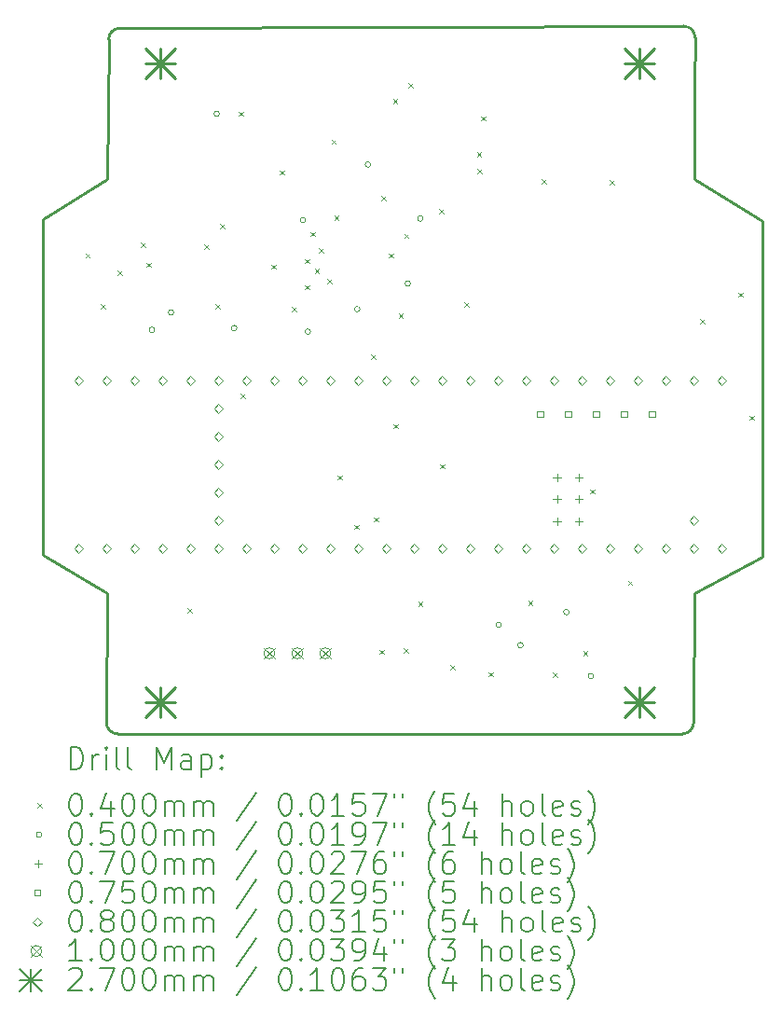
<source format=gbr>
%TF.GenerationSoftware,KiCad,Pcbnew,7.0.6*%
%TF.CreationDate,2024-05-04T22:08:19-04:00*%
%TF.ProjectId,rearbox,72656172-626f-4782-9e6b-696361645f70,rev?*%
%TF.SameCoordinates,Original*%
%TF.FileFunction,Drillmap*%
%TF.FilePolarity,Positive*%
%FSLAX45Y45*%
G04 Gerber Fmt 4.5, Leading zero omitted, Abs format (unit mm)*
G04 Created by KiCad (PCBNEW 7.0.6) date 2024-05-04 22:08:19*
%MOMM*%
%LPD*%
G01*
G04 APERTURE LIST*
%ADD10C,0.250000*%
%ADD11C,0.200000*%
%ADD12C,0.040000*%
%ADD13C,0.050000*%
%ADD14C,0.070000*%
%ADD15C,0.075000*%
%ADD16C,0.080000*%
%ADD17C,0.100000*%
%ADD18C,0.270000*%
G04 APERTURE END LIST*
D10*
X23245600Y-4180100D02*
X23243540Y-4612768D01*
X17325340Y-8878570D02*
X17325340Y-5830570D01*
X23134172Y-10504172D02*
G75*
G03*
X23234169Y-10404965I-2J100002D01*
G01*
X17900183Y-10403375D02*
G75*
G03*
X18000178Y-10504170I99997J-795D01*
G01*
X23243540Y-5467897D02*
X23858220Y-5850890D01*
X17909540Y-9226550D02*
X17325340Y-8878570D01*
X18020938Y-4099183D02*
X23145219Y-4079625D01*
X23858220Y-5850890D02*
X23858220Y-8898890D01*
X23858220Y-8898890D02*
X23243540Y-9226550D01*
X23243540Y-4612768D02*
X23243540Y-5467897D01*
X23134172Y-10504170D02*
X18000178Y-10504170D01*
X17900182Y-10403375D02*
X17909540Y-9226550D01*
X17909540Y-5467897D02*
X17921324Y-4198255D01*
X23243540Y-9226550D02*
X23234169Y-10404965D01*
X17325340Y-5830570D02*
X17909540Y-5467897D01*
X23245594Y-4180100D02*
G75*
G03*
X23145219Y-4079625I-99995J480D01*
G01*
X18020938Y-4099180D02*
G75*
G03*
X17921324Y-4198255I382J-100000D01*
G01*
D11*
D12*
X17709200Y-6142040D02*
X17749200Y-6182040D01*
X17749200Y-6142040D02*
X17709200Y-6182040D01*
X17851440Y-6604320D02*
X17891440Y-6644320D01*
X17891440Y-6604320D02*
X17851440Y-6644320D01*
X18002610Y-6297161D02*
X18042610Y-6337161D01*
X18042610Y-6297161D02*
X18002610Y-6337161D01*
X18212120Y-6045520D02*
X18252120Y-6085520D01*
X18252120Y-6045520D02*
X18212120Y-6085520D01*
X18264299Y-6227021D02*
X18304299Y-6267021D01*
X18304299Y-6227021D02*
X18264299Y-6267021D01*
X18638840Y-9362760D02*
X18678840Y-9402760D01*
X18678840Y-9362760D02*
X18638840Y-9402760D01*
X18791240Y-6060760D02*
X18831240Y-6100760D01*
X18831240Y-6060760D02*
X18791240Y-6100760D01*
X18887760Y-6604320D02*
X18927760Y-6644320D01*
X18927760Y-6604320D02*
X18887760Y-6644320D01*
X18933480Y-5877880D02*
X18973480Y-5917880D01*
X18973480Y-5877880D02*
X18933480Y-5917880D01*
X19101120Y-4856800D02*
X19141120Y-4896800D01*
X19141120Y-4856800D02*
X19101120Y-4896800D01*
X19121440Y-7417120D02*
X19161440Y-7457120D01*
X19161440Y-7417120D02*
X19121440Y-7457120D01*
X19401100Y-6243640D02*
X19441100Y-6283640D01*
X19441100Y-6243640D02*
X19401100Y-6283640D01*
X19477040Y-5390200D02*
X19517040Y-5430200D01*
X19517040Y-5390200D02*
X19477040Y-5430200D01*
X19583720Y-6629720D02*
X19623720Y-6669720D01*
X19623720Y-6629720D02*
X19583720Y-6669720D01*
X19700560Y-6192840D02*
X19740560Y-6232840D01*
X19740560Y-6192840D02*
X19700560Y-6232840D01*
X19705640Y-6431600D02*
X19745640Y-6471600D01*
X19745640Y-6431600D02*
X19705640Y-6471600D01*
X19756440Y-5949000D02*
X19796440Y-5989000D01*
X19796440Y-5949000D02*
X19756440Y-5989000D01*
X19792000Y-6284280D02*
X19832000Y-6324280D01*
X19832000Y-6284280D02*
X19792000Y-6324280D01*
X19827560Y-6096320D02*
X19867560Y-6136320D01*
X19867560Y-6096320D02*
X19827560Y-6136320D01*
X19903760Y-6375720D02*
X19943760Y-6415720D01*
X19943760Y-6375720D02*
X19903760Y-6415720D01*
X19944400Y-5110800D02*
X19984400Y-5150800D01*
X19984400Y-5110800D02*
X19944400Y-5150800D01*
X19969800Y-5801680D02*
X20009800Y-5841680D01*
X20009800Y-5801680D02*
X19969800Y-5841680D01*
X20000280Y-8158800D02*
X20040280Y-8198800D01*
X20040280Y-8158800D02*
X20000280Y-8198800D01*
X20152940Y-8606100D02*
X20192940Y-8646100D01*
X20192940Y-8606100D02*
X20152940Y-8646100D01*
X20305080Y-7061520D02*
X20345080Y-7101520D01*
X20345080Y-7061520D02*
X20305080Y-7101520D01*
X20330480Y-8539800D02*
X20370480Y-8579800D01*
X20370480Y-8539800D02*
X20330480Y-8579800D01*
X20381280Y-9741480D02*
X20421280Y-9781480D01*
X20421280Y-9741480D02*
X20381280Y-9781480D01*
X20396520Y-5623880D02*
X20436520Y-5663880D01*
X20436520Y-5623880D02*
X20396520Y-5663880D01*
X20462560Y-6142040D02*
X20502560Y-6182040D01*
X20502560Y-6142040D02*
X20462560Y-6182040D01*
X20503200Y-4739960D02*
X20543200Y-4779960D01*
X20543200Y-4739960D02*
X20503200Y-4779960D01*
X20508280Y-7691440D02*
X20548280Y-7731440D01*
X20548280Y-7691440D02*
X20508280Y-7731440D01*
X20554000Y-6690680D02*
X20594000Y-6730680D01*
X20594000Y-6690680D02*
X20554000Y-6730680D01*
X20599720Y-9731320D02*
X20639720Y-9771320D01*
X20639720Y-9731320D02*
X20599720Y-9771320D01*
X20604800Y-5964240D02*
X20644800Y-6004240D01*
X20644800Y-5964240D02*
X20604800Y-6004240D01*
X20645440Y-4597720D02*
X20685440Y-4637720D01*
X20685440Y-4597720D02*
X20645440Y-4637720D01*
X20731800Y-9304600D02*
X20771800Y-9344600D01*
X20771800Y-9304600D02*
X20731800Y-9344600D01*
X20919760Y-5740720D02*
X20959760Y-5780720D01*
X20959760Y-5740720D02*
X20919760Y-5780720D01*
X20929920Y-8057200D02*
X20969920Y-8097200D01*
X20969920Y-8057200D02*
X20929920Y-8097200D01*
X21026440Y-9878640D02*
X21066440Y-9918640D01*
X21066440Y-9878640D02*
X21026440Y-9918640D01*
X21148360Y-6589080D02*
X21188360Y-6629080D01*
X21188360Y-6589080D02*
X21148360Y-6629080D01*
X21265200Y-5222560D02*
X21305200Y-5262560D01*
X21305200Y-5222560D02*
X21265200Y-5262560D01*
X21270280Y-5374960D02*
X21310280Y-5414960D01*
X21310280Y-5374960D02*
X21270280Y-5414960D01*
X21300760Y-4897440D02*
X21340760Y-4937440D01*
X21340760Y-4897440D02*
X21300760Y-4937440D01*
X21371880Y-9944680D02*
X21411880Y-9984680D01*
X21411880Y-9944680D02*
X21371880Y-9984680D01*
X21730430Y-9298110D02*
X21770430Y-9338110D01*
X21770430Y-9298110D02*
X21730430Y-9338110D01*
X21854480Y-5471480D02*
X21894480Y-5511480D01*
X21894480Y-5471480D02*
X21854480Y-5511480D01*
X21956080Y-9949760D02*
X21996080Y-9989760D01*
X21996080Y-9949760D02*
X21956080Y-9989760D01*
X22230400Y-9756720D02*
X22270400Y-9796720D01*
X22270400Y-9756720D02*
X22230400Y-9796720D01*
X22296440Y-8285800D02*
X22336440Y-8325800D01*
X22336440Y-8285800D02*
X22296440Y-8325800D01*
X22469160Y-5476560D02*
X22509160Y-5516560D01*
X22509160Y-5476560D02*
X22469160Y-5516560D01*
X22636800Y-9113840D02*
X22676800Y-9153840D01*
X22676800Y-9113840D02*
X22636800Y-9153840D01*
X23292120Y-6741480D02*
X23332120Y-6781480D01*
X23332120Y-6741480D02*
X23292120Y-6781480D01*
X23642640Y-6497640D02*
X23682640Y-6537640D01*
X23682640Y-6497640D02*
X23642640Y-6537640D01*
X23739160Y-7615240D02*
X23779160Y-7655240D01*
X23779160Y-7615240D02*
X23739160Y-7655240D01*
D13*
X18338400Y-6837680D02*
G75*
G03*
X18338400Y-6837680I-25000J0D01*
G01*
X18511120Y-6680200D02*
G75*
G03*
X18511120Y-6680200I-25000J0D01*
G01*
X18927680Y-4876800D02*
G75*
G03*
X18927680Y-4876800I-25000J0D01*
G01*
X19085772Y-6821828D02*
G75*
G03*
X19085772Y-6821828I-25000J0D01*
G01*
X19710612Y-5841388D02*
G75*
G03*
X19710612Y-5841388I-25000J0D01*
G01*
X19754774Y-6853866D02*
G75*
G03*
X19754774Y-6853866I-25000J0D01*
G01*
X20202760Y-6649720D02*
G75*
G03*
X20202760Y-6649720I-25000J0D01*
G01*
X20301350Y-5337010D02*
G75*
G03*
X20301350Y-5337010I-25000J0D01*
G01*
X20662657Y-6417540D02*
G75*
G03*
X20662657Y-6417540I-25000J0D01*
G01*
X20776700Y-5826760D02*
G75*
G03*
X20776700Y-5826760I-25000J0D01*
G01*
X21488000Y-9514840D02*
G75*
G03*
X21488000Y-9514840I-25000J0D01*
G01*
X21686120Y-9700520D02*
G75*
G03*
X21686120Y-9700520I-25000J0D01*
G01*
X22102680Y-9400800D02*
G75*
G03*
X22102680Y-9400800I-25000J0D01*
G01*
X22326200Y-9979920D02*
G75*
G03*
X22326200Y-9979920I-25000J0D01*
G01*
D14*
X21993480Y-8140230D02*
X21993480Y-8210230D01*
X21958480Y-8175230D02*
X22028480Y-8175230D01*
X21993480Y-8340230D02*
X21993480Y-8410230D01*
X21958480Y-8375230D02*
X22028480Y-8375230D01*
X21993480Y-8540230D02*
X21993480Y-8610230D01*
X21958480Y-8575230D02*
X22028480Y-8575230D01*
X22193480Y-8140230D02*
X22193480Y-8210230D01*
X22158480Y-8175230D02*
X22228480Y-8175230D01*
X22193480Y-8340230D02*
X22193480Y-8410230D01*
X22158480Y-8375230D02*
X22228480Y-8375230D01*
X22193480Y-8540230D02*
X22193480Y-8610230D01*
X22158480Y-8575230D02*
X22228480Y-8575230D01*
D15*
X21865997Y-7627747D02*
X21865997Y-7574713D01*
X21812963Y-7574713D01*
X21812963Y-7627747D01*
X21865997Y-7627747D01*
X22119997Y-7627747D02*
X22119997Y-7574713D01*
X22066963Y-7574713D01*
X22066963Y-7627747D01*
X22119997Y-7627747D01*
X22373997Y-7627747D02*
X22373997Y-7574713D01*
X22320963Y-7574713D01*
X22320963Y-7627747D01*
X22373997Y-7627747D01*
X22627997Y-7627747D02*
X22627997Y-7574713D01*
X22574963Y-7574713D01*
X22574963Y-7627747D01*
X22627997Y-7627747D01*
X22881997Y-7627747D02*
X22881997Y-7574713D01*
X22828963Y-7574713D01*
X22828963Y-7627747D01*
X22881997Y-7627747D01*
D16*
X17648480Y-7336230D02*
X17688480Y-7296230D01*
X17648480Y-7256230D01*
X17608480Y-7296230D01*
X17648480Y-7336230D01*
X17648480Y-8860230D02*
X17688480Y-8820230D01*
X17648480Y-8780230D01*
X17608480Y-8820230D01*
X17648480Y-8860230D01*
X17902480Y-7336230D02*
X17942480Y-7296230D01*
X17902480Y-7256230D01*
X17862480Y-7296230D01*
X17902480Y-7336230D01*
X17902480Y-8860230D02*
X17942480Y-8820230D01*
X17902480Y-8780230D01*
X17862480Y-8820230D01*
X17902480Y-8860230D01*
X18156480Y-7336230D02*
X18196480Y-7296230D01*
X18156480Y-7256230D01*
X18116480Y-7296230D01*
X18156480Y-7336230D01*
X18156480Y-8860230D02*
X18196480Y-8820230D01*
X18156480Y-8780230D01*
X18116480Y-8820230D01*
X18156480Y-8860230D01*
X18410480Y-7336230D02*
X18450480Y-7296230D01*
X18410480Y-7256230D01*
X18370480Y-7296230D01*
X18410480Y-7336230D01*
X18410480Y-8860230D02*
X18450480Y-8820230D01*
X18410480Y-8780230D01*
X18370480Y-8820230D01*
X18410480Y-8860230D01*
X18664480Y-7336230D02*
X18704480Y-7296230D01*
X18664480Y-7256230D01*
X18624480Y-7296230D01*
X18664480Y-7336230D01*
X18664480Y-8860230D02*
X18704480Y-8820230D01*
X18664480Y-8780230D01*
X18624480Y-8820230D01*
X18664480Y-8860230D01*
X18918480Y-7336230D02*
X18958480Y-7296230D01*
X18918480Y-7256230D01*
X18878480Y-7296230D01*
X18918480Y-7336230D01*
X18918480Y-7590230D02*
X18958480Y-7550230D01*
X18918480Y-7510230D01*
X18878480Y-7550230D01*
X18918480Y-7590230D01*
X18918480Y-7844230D02*
X18958480Y-7804230D01*
X18918480Y-7764230D01*
X18878480Y-7804230D01*
X18918480Y-7844230D01*
X18918480Y-8098230D02*
X18958480Y-8058230D01*
X18918480Y-8018230D01*
X18878480Y-8058230D01*
X18918480Y-8098230D01*
X18918480Y-8352230D02*
X18958480Y-8312230D01*
X18918480Y-8272230D01*
X18878480Y-8312230D01*
X18918480Y-8352230D01*
X18918480Y-8606230D02*
X18958480Y-8566230D01*
X18918480Y-8526230D01*
X18878480Y-8566230D01*
X18918480Y-8606230D01*
X18918480Y-8860230D02*
X18958480Y-8820230D01*
X18918480Y-8780230D01*
X18878480Y-8820230D01*
X18918480Y-8860230D01*
X19172480Y-7336230D02*
X19212480Y-7296230D01*
X19172480Y-7256230D01*
X19132480Y-7296230D01*
X19172480Y-7336230D01*
X19172480Y-8860230D02*
X19212480Y-8820230D01*
X19172480Y-8780230D01*
X19132480Y-8820230D01*
X19172480Y-8860230D01*
X19426480Y-7336230D02*
X19466480Y-7296230D01*
X19426480Y-7256230D01*
X19386480Y-7296230D01*
X19426480Y-7336230D01*
X19426480Y-8860230D02*
X19466480Y-8820230D01*
X19426480Y-8780230D01*
X19386480Y-8820230D01*
X19426480Y-8860230D01*
X19680480Y-7336230D02*
X19720480Y-7296230D01*
X19680480Y-7256230D01*
X19640480Y-7296230D01*
X19680480Y-7336230D01*
X19680480Y-8860230D02*
X19720480Y-8820230D01*
X19680480Y-8780230D01*
X19640480Y-8820230D01*
X19680480Y-8860230D01*
X19934480Y-7336230D02*
X19974480Y-7296230D01*
X19934480Y-7256230D01*
X19894480Y-7296230D01*
X19934480Y-7336230D01*
X19934480Y-8860230D02*
X19974480Y-8820230D01*
X19934480Y-8780230D01*
X19894480Y-8820230D01*
X19934480Y-8860230D01*
X20188480Y-7336230D02*
X20228480Y-7296230D01*
X20188480Y-7256230D01*
X20148480Y-7296230D01*
X20188480Y-7336230D01*
X20188480Y-8860230D02*
X20228480Y-8820230D01*
X20188480Y-8780230D01*
X20148480Y-8820230D01*
X20188480Y-8860230D01*
X20442480Y-7336230D02*
X20482480Y-7296230D01*
X20442480Y-7256230D01*
X20402480Y-7296230D01*
X20442480Y-7336230D01*
X20442480Y-8860230D02*
X20482480Y-8820230D01*
X20442480Y-8780230D01*
X20402480Y-8820230D01*
X20442480Y-8860230D01*
X20696480Y-7336230D02*
X20736480Y-7296230D01*
X20696480Y-7256230D01*
X20656480Y-7296230D01*
X20696480Y-7336230D01*
X20696480Y-8860230D02*
X20736480Y-8820230D01*
X20696480Y-8780230D01*
X20656480Y-8820230D01*
X20696480Y-8860230D01*
X20950480Y-7336230D02*
X20990480Y-7296230D01*
X20950480Y-7256230D01*
X20910480Y-7296230D01*
X20950480Y-7336230D01*
X20950480Y-8860230D02*
X20990480Y-8820230D01*
X20950480Y-8780230D01*
X20910480Y-8820230D01*
X20950480Y-8860230D01*
X21204480Y-7336230D02*
X21244480Y-7296230D01*
X21204480Y-7256230D01*
X21164480Y-7296230D01*
X21204480Y-7336230D01*
X21204480Y-8860230D02*
X21244480Y-8820230D01*
X21204480Y-8780230D01*
X21164480Y-8820230D01*
X21204480Y-8860230D01*
X21458480Y-7336230D02*
X21498480Y-7296230D01*
X21458480Y-7256230D01*
X21418480Y-7296230D01*
X21458480Y-7336230D01*
X21458480Y-8860230D02*
X21498480Y-8820230D01*
X21458480Y-8780230D01*
X21418480Y-8820230D01*
X21458480Y-8860230D01*
X21712480Y-7336230D02*
X21752480Y-7296230D01*
X21712480Y-7256230D01*
X21672480Y-7296230D01*
X21712480Y-7336230D01*
X21712480Y-8860230D02*
X21752480Y-8820230D01*
X21712480Y-8780230D01*
X21672480Y-8820230D01*
X21712480Y-8860230D01*
X21966480Y-7336230D02*
X22006480Y-7296230D01*
X21966480Y-7256230D01*
X21926480Y-7296230D01*
X21966480Y-7336230D01*
X21966480Y-8860230D02*
X22006480Y-8820230D01*
X21966480Y-8780230D01*
X21926480Y-8820230D01*
X21966480Y-8860230D01*
X22220480Y-7336230D02*
X22260480Y-7296230D01*
X22220480Y-7256230D01*
X22180480Y-7296230D01*
X22220480Y-7336230D01*
X22220480Y-8860230D02*
X22260480Y-8820230D01*
X22220480Y-8780230D01*
X22180480Y-8820230D01*
X22220480Y-8860230D01*
X22474480Y-7336230D02*
X22514480Y-7296230D01*
X22474480Y-7256230D01*
X22434480Y-7296230D01*
X22474480Y-7336230D01*
X22474480Y-8860230D02*
X22514480Y-8820230D01*
X22474480Y-8780230D01*
X22434480Y-8820230D01*
X22474480Y-8860230D01*
X22728480Y-7336230D02*
X22768480Y-7296230D01*
X22728480Y-7256230D01*
X22688480Y-7296230D01*
X22728480Y-7336230D01*
X22728480Y-8860230D02*
X22768480Y-8820230D01*
X22728480Y-8780230D01*
X22688480Y-8820230D01*
X22728480Y-8860230D01*
X22982480Y-7336230D02*
X23022480Y-7296230D01*
X22982480Y-7256230D01*
X22942480Y-7296230D01*
X22982480Y-7336230D01*
X22982480Y-8860230D02*
X23022480Y-8820230D01*
X22982480Y-8780230D01*
X22942480Y-8820230D01*
X22982480Y-8860230D01*
X23236480Y-7336230D02*
X23276480Y-7296230D01*
X23236480Y-7256230D01*
X23196480Y-7296230D01*
X23236480Y-7336230D01*
X23236480Y-8606230D02*
X23276480Y-8566230D01*
X23236480Y-8526230D01*
X23196480Y-8566230D01*
X23236480Y-8606230D01*
X23236480Y-8860230D02*
X23276480Y-8820230D01*
X23236480Y-8780230D01*
X23196480Y-8820230D01*
X23236480Y-8860230D01*
X23490480Y-7336230D02*
X23530480Y-7296230D01*
X23490480Y-7256230D01*
X23450480Y-7296230D01*
X23490480Y-7336230D01*
X23490480Y-8860230D02*
X23530480Y-8820230D01*
X23490480Y-8780230D01*
X23450480Y-8820230D01*
X23490480Y-8860230D01*
D17*
X19330200Y-9723920D02*
X19430200Y-9823920D01*
X19430200Y-9723920D02*
X19330200Y-9823920D01*
X19430200Y-9773920D02*
G75*
G03*
X19430200Y-9773920I-50000J0D01*
G01*
X19584200Y-9723920D02*
X19684200Y-9823920D01*
X19684200Y-9723920D02*
X19584200Y-9823920D01*
X19684200Y-9773920D02*
G75*
G03*
X19684200Y-9773920I-50000J0D01*
G01*
X19838200Y-9723920D02*
X19938200Y-9823920D01*
X19938200Y-9723920D02*
X19838200Y-9823920D01*
X19938200Y-9773920D02*
G75*
G03*
X19938200Y-9773920I-50000J0D01*
G01*
D18*
X18254540Y-4284600D02*
X18524540Y-4554600D01*
X18524540Y-4284600D02*
X18254540Y-4554600D01*
X18389540Y-4284600D02*
X18389540Y-4554600D01*
X18254540Y-4419600D02*
X18524540Y-4419600D01*
X18254540Y-10084600D02*
X18524540Y-10354600D01*
X18524540Y-10084600D02*
X18254540Y-10354600D01*
X18389540Y-10084600D02*
X18389540Y-10354600D01*
X18254540Y-10219600D02*
X18524540Y-10219600D01*
X22604540Y-10084600D02*
X22874540Y-10354600D01*
X22874540Y-10084600D02*
X22604540Y-10354600D01*
X22739540Y-10084600D02*
X22739540Y-10354600D01*
X22604540Y-10219600D02*
X22874540Y-10219600D01*
X22604550Y-4284590D02*
X22874550Y-4554590D01*
X22874550Y-4284590D02*
X22604550Y-4554590D01*
X22739550Y-4284590D02*
X22739550Y-4554590D01*
X22604550Y-4419590D02*
X22874550Y-4419590D01*
D11*
X17573617Y-10828154D02*
X17573617Y-10628154D01*
X17573617Y-10628154D02*
X17621236Y-10628154D01*
X17621236Y-10628154D02*
X17649807Y-10637678D01*
X17649807Y-10637678D02*
X17668855Y-10656725D01*
X17668855Y-10656725D02*
X17678379Y-10675773D01*
X17678379Y-10675773D02*
X17687903Y-10713868D01*
X17687903Y-10713868D02*
X17687903Y-10742440D01*
X17687903Y-10742440D02*
X17678379Y-10780535D01*
X17678379Y-10780535D02*
X17668855Y-10799582D01*
X17668855Y-10799582D02*
X17649807Y-10818630D01*
X17649807Y-10818630D02*
X17621236Y-10828154D01*
X17621236Y-10828154D02*
X17573617Y-10828154D01*
X17773617Y-10828154D02*
X17773617Y-10694820D01*
X17773617Y-10732916D02*
X17783141Y-10713868D01*
X17783141Y-10713868D02*
X17792664Y-10704344D01*
X17792664Y-10704344D02*
X17811712Y-10694820D01*
X17811712Y-10694820D02*
X17830760Y-10694820D01*
X17897426Y-10828154D02*
X17897426Y-10694820D01*
X17897426Y-10628154D02*
X17887903Y-10637678D01*
X17887903Y-10637678D02*
X17897426Y-10647201D01*
X17897426Y-10647201D02*
X17906950Y-10637678D01*
X17906950Y-10637678D02*
X17897426Y-10628154D01*
X17897426Y-10628154D02*
X17897426Y-10647201D01*
X18021236Y-10828154D02*
X18002188Y-10818630D01*
X18002188Y-10818630D02*
X17992664Y-10799582D01*
X17992664Y-10799582D02*
X17992664Y-10628154D01*
X18125998Y-10828154D02*
X18106950Y-10818630D01*
X18106950Y-10818630D02*
X18097426Y-10799582D01*
X18097426Y-10799582D02*
X18097426Y-10628154D01*
X18354569Y-10828154D02*
X18354569Y-10628154D01*
X18354569Y-10628154D02*
X18421236Y-10771011D01*
X18421236Y-10771011D02*
X18487903Y-10628154D01*
X18487903Y-10628154D02*
X18487903Y-10828154D01*
X18668855Y-10828154D02*
X18668855Y-10723392D01*
X18668855Y-10723392D02*
X18659331Y-10704344D01*
X18659331Y-10704344D02*
X18640284Y-10694820D01*
X18640284Y-10694820D02*
X18602188Y-10694820D01*
X18602188Y-10694820D02*
X18583141Y-10704344D01*
X18668855Y-10818630D02*
X18649807Y-10828154D01*
X18649807Y-10828154D02*
X18602188Y-10828154D01*
X18602188Y-10828154D02*
X18583141Y-10818630D01*
X18583141Y-10818630D02*
X18573617Y-10799582D01*
X18573617Y-10799582D02*
X18573617Y-10780535D01*
X18573617Y-10780535D02*
X18583141Y-10761487D01*
X18583141Y-10761487D02*
X18602188Y-10751963D01*
X18602188Y-10751963D02*
X18649807Y-10751963D01*
X18649807Y-10751963D02*
X18668855Y-10742440D01*
X18764093Y-10694820D02*
X18764093Y-10894820D01*
X18764093Y-10704344D02*
X18783141Y-10694820D01*
X18783141Y-10694820D02*
X18821236Y-10694820D01*
X18821236Y-10694820D02*
X18840284Y-10704344D01*
X18840284Y-10704344D02*
X18849807Y-10713868D01*
X18849807Y-10713868D02*
X18859331Y-10732916D01*
X18859331Y-10732916D02*
X18859331Y-10790059D01*
X18859331Y-10790059D02*
X18849807Y-10809106D01*
X18849807Y-10809106D02*
X18840284Y-10818630D01*
X18840284Y-10818630D02*
X18821236Y-10828154D01*
X18821236Y-10828154D02*
X18783141Y-10828154D01*
X18783141Y-10828154D02*
X18764093Y-10818630D01*
X18945045Y-10809106D02*
X18954569Y-10818630D01*
X18954569Y-10818630D02*
X18945045Y-10828154D01*
X18945045Y-10828154D02*
X18935522Y-10818630D01*
X18935522Y-10818630D02*
X18945045Y-10809106D01*
X18945045Y-10809106D02*
X18945045Y-10828154D01*
X18945045Y-10704344D02*
X18954569Y-10713868D01*
X18954569Y-10713868D02*
X18945045Y-10723392D01*
X18945045Y-10723392D02*
X18935522Y-10713868D01*
X18935522Y-10713868D02*
X18945045Y-10704344D01*
X18945045Y-10704344D02*
X18945045Y-10723392D01*
D12*
X17272840Y-11136670D02*
X17312840Y-11176670D01*
X17312840Y-11136670D02*
X17272840Y-11176670D01*
D11*
X17611712Y-11048154D02*
X17630760Y-11048154D01*
X17630760Y-11048154D02*
X17649807Y-11057678D01*
X17649807Y-11057678D02*
X17659331Y-11067201D01*
X17659331Y-11067201D02*
X17668855Y-11086249D01*
X17668855Y-11086249D02*
X17678379Y-11124344D01*
X17678379Y-11124344D02*
X17678379Y-11171963D01*
X17678379Y-11171963D02*
X17668855Y-11210058D01*
X17668855Y-11210058D02*
X17659331Y-11229106D01*
X17659331Y-11229106D02*
X17649807Y-11238630D01*
X17649807Y-11238630D02*
X17630760Y-11248154D01*
X17630760Y-11248154D02*
X17611712Y-11248154D01*
X17611712Y-11248154D02*
X17592664Y-11238630D01*
X17592664Y-11238630D02*
X17583141Y-11229106D01*
X17583141Y-11229106D02*
X17573617Y-11210058D01*
X17573617Y-11210058D02*
X17564093Y-11171963D01*
X17564093Y-11171963D02*
X17564093Y-11124344D01*
X17564093Y-11124344D02*
X17573617Y-11086249D01*
X17573617Y-11086249D02*
X17583141Y-11067201D01*
X17583141Y-11067201D02*
X17592664Y-11057678D01*
X17592664Y-11057678D02*
X17611712Y-11048154D01*
X17764093Y-11229106D02*
X17773617Y-11238630D01*
X17773617Y-11238630D02*
X17764093Y-11248154D01*
X17764093Y-11248154D02*
X17754569Y-11238630D01*
X17754569Y-11238630D02*
X17764093Y-11229106D01*
X17764093Y-11229106D02*
X17764093Y-11248154D01*
X17945045Y-11114820D02*
X17945045Y-11248154D01*
X17897426Y-11038630D02*
X17849807Y-11181487D01*
X17849807Y-11181487D02*
X17973617Y-11181487D01*
X18087903Y-11048154D02*
X18106950Y-11048154D01*
X18106950Y-11048154D02*
X18125998Y-11057678D01*
X18125998Y-11057678D02*
X18135522Y-11067201D01*
X18135522Y-11067201D02*
X18145045Y-11086249D01*
X18145045Y-11086249D02*
X18154569Y-11124344D01*
X18154569Y-11124344D02*
X18154569Y-11171963D01*
X18154569Y-11171963D02*
X18145045Y-11210058D01*
X18145045Y-11210058D02*
X18135522Y-11229106D01*
X18135522Y-11229106D02*
X18125998Y-11238630D01*
X18125998Y-11238630D02*
X18106950Y-11248154D01*
X18106950Y-11248154D02*
X18087903Y-11248154D01*
X18087903Y-11248154D02*
X18068855Y-11238630D01*
X18068855Y-11238630D02*
X18059331Y-11229106D01*
X18059331Y-11229106D02*
X18049807Y-11210058D01*
X18049807Y-11210058D02*
X18040284Y-11171963D01*
X18040284Y-11171963D02*
X18040284Y-11124344D01*
X18040284Y-11124344D02*
X18049807Y-11086249D01*
X18049807Y-11086249D02*
X18059331Y-11067201D01*
X18059331Y-11067201D02*
X18068855Y-11057678D01*
X18068855Y-11057678D02*
X18087903Y-11048154D01*
X18278379Y-11048154D02*
X18297426Y-11048154D01*
X18297426Y-11048154D02*
X18316474Y-11057678D01*
X18316474Y-11057678D02*
X18325998Y-11067201D01*
X18325998Y-11067201D02*
X18335522Y-11086249D01*
X18335522Y-11086249D02*
X18345045Y-11124344D01*
X18345045Y-11124344D02*
X18345045Y-11171963D01*
X18345045Y-11171963D02*
X18335522Y-11210058D01*
X18335522Y-11210058D02*
X18325998Y-11229106D01*
X18325998Y-11229106D02*
X18316474Y-11238630D01*
X18316474Y-11238630D02*
X18297426Y-11248154D01*
X18297426Y-11248154D02*
X18278379Y-11248154D01*
X18278379Y-11248154D02*
X18259331Y-11238630D01*
X18259331Y-11238630D02*
X18249807Y-11229106D01*
X18249807Y-11229106D02*
X18240284Y-11210058D01*
X18240284Y-11210058D02*
X18230760Y-11171963D01*
X18230760Y-11171963D02*
X18230760Y-11124344D01*
X18230760Y-11124344D02*
X18240284Y-11086249D01*
X18240284Y-11086249D02*
X18249807Y-11067201D01*
X18249807Y-11067201D02*
X18259331Y-11057678D01*
X18259331Y-11057678D02*
X18278379Y-11048154D01*
X18430760Y-11248154D02*
X18430760Y-11114820D01*
X18430760Y-11133868D02*
X18440284Y-11124344D01*
X18440284Y-11124344D02*
X18459331Y-11114820D01*
X18459331Y-11114820D02*
X18487903Y-11114820D01*
X18487903Y-11114820D02*
X18506950Y-11124344D01*
X18506950Y-11124344D02*
X18516474Y-11143392D01*
X18516474Y-11143392D02*
X18516474Y-11248154D01*
X18516474Y-11143392D02*
X18525998Y-11124344D01*
X18525998Y-11124344D02*
X18545045Y-11114820D01*
X18545045Y-11114820D02*
X18573617Y-11114820D01*
X18573617Y-11114820D02*
X18592665Y-11124344D01*
X18592665Y-11124344D02*
X18602188Y-11143392D01*
X18602188Y-11143392D02*
X18602188Y-11248154D01*
X18697426Y-11248154D02*
X18697426Y-11114820D01*
X18697426Y-11133868D02*
X18706950Y-11124344D01*
X18706950Y-11124344D02*
X18725998Y-11114820D01*
X18725998Y-11114820D02*
X18754569Y-11114820D01*
X18754569Y-11114820D02*
X18773617Y-11124344D01*
X18773617Y-11124344D02*
X18783141Y-11143392D01*
X18783141Y-11143392D02*
X18783141Y-11248154D01*
X18783141Y-11143392D02*
X18792665Y-11124344D01*
X18792665Y-11124344D02*
X18811712Y-11114820D01*
X18811712Y-11114820D02*
X18840284Y-11114820D01*
X18840284Y-11114820D02*
X18859331Y-11124344D01*
X18859331Y-11124344D02*
X18868855Y-11143392D01*
X18868855Y-11143392D02*
X18868855Y-11248154D01*
X19259331Y-11038630D02*
X19087903Y-11295773D01*
X19516474Y-11048154D02*
X19535522Y-11048154D01*
X19535522Y-11048154D02*
X19554569Y-11057678D01*
X19554569Y-11057678D02*
X19564093Y-11067201D01*
X19564093Y-11067201D02*
X19573617Y-11086249D01*
X19573617Y-11086249D02*
X19583141Y-11124344D01*
X19583141Y-11124344D02*
X19583141Y-11171963D01*
X19583141Y-11171963D02*
X19573617Y-11210058D01*
X19573617Y-11210058D02*
X19564093Y-11229106D01*
X19564093Y-11229106D02*
X19554569Y-11238630D01*
X19554569Y-11238630D02*
X19535522Y-11248154D01*
X19535522Y-11248154D02*
X19516474Y-11248154D01*
X19516474Y-11248154D02*
X19497427Y-11238630D01*
X19497427Y-11238630D02*
X19487903Y-11229106D01*
X19487903Y-11229106D02*
X19478379Y-11210058D01*
X19478379Y-11210058D02*
X19468855Y-11171963D01*
X19468855Y-11171963D02*
X19468855Y-11124344D01*
X19468855Y-11124344D02*
X19478379Y-11086249D01*
X19478379Y-11086249D02*
X19487903Y-11067201D01*
X19487903Y-11067201D02*
X19497427Y-11057678D01*
X19497427Y-11057678D02*
X19516474Y-11048154D01*
X19668855Y-11229106D02*
X19678379Y-11238630D01*
X19678379Y-11238630D02*
X19668855Y-11248154D01*
X19668855Y-11248154D02*
X19659331Y-11238630D01*
X19659331Y-11238630D02*
X19668855Y-11229106D01*
X19668855Y-11229106D02*
X19668855Y-11248154D01*
X19802188Y-11048154D02*
X19821236Y-11048154D01*
X19821236Y-11048154D02*
X19840284Y-11057678D01*
X19840284Y-11057678D02*
X19849808Y-11067201D01*
X19849808Y-11067201D02*
X19859331Y-11086249D01*
X19859331Y-11086249D02*
X19868855Y-11124344D01*
X19868855Y-11124344D02*
X19868855Y-11171963D01*
X19868855Y-11171963D02*
X19859331Y-11210058D01*
X19859331Y-11210058D02*
X19849808Y-11229106D01*
X19849808Y-11229106D02*
X19840284Y-11238630D01*
X19840284Y-11238630D02*
X19821236Y-11248154D01*
X19821236Y-11248154D02*
X19802188Y-11248154D01*
X19802188Y-11248154D02*
X19783141Y-11238630D01*
X19783141Y-11238630D02*
X19773617Y-11229106D01*
X19773617Y-11229106D02*
X19764093Y-11210058D01*
X19764093Y-11210058D02*
X19754569Y-11171963D01*
X19754569Y-11171963D02*
X19754569Y-11124344D01*
X19754569Y-11124344D02*
X19764093Y-11086249D01*
X19764093Y-11086249D02*
X19773617Y-11067201D01*
X19773617Y-11067201D02*
X19783141Y-11057678D01*
X19783141Y-11057678D02*
X19802188Y-11048154D01*
X20059331Y-11248154D02*
X19945046Y-11248154D01*
X20002188Y-11248154D02*
X20002188Y-11048154D01*
X20002188Y-11048154D02*
X19983141Y-11076725D01*
X19983141Y-11076725D02*
X19964093Y-11095773D01*
X19964093Y-11095773D02*
X19945046Y-11105297D01*
X20240284Y-11048154D02*
X20145046Y-11048154D01*
X20145046Y-11048154D02*
X20135522Y-11143392D01*
X20135522Y-11143392D02*
X20145046Y-11133868D01*
X20145046Y-11133868D02*
X20164093Y-11124344D01*
X20164093Y-11124344D02*
X20211712Y-11124344D01*
X20211712Y-11124344D02*
X20230760Y-11133868D01*
X20230760Y-11133868D02*
X20240284Y-11143392D01*
X20240284Y-11143392D02*
X20249808Y-11162440D01*
X20249808Y-11162440D02*
X20249808Y-11210058D01*
X20249808Y-11210058D02*
X20240284Y-11229106D01*
X20240284Y-11229106D02*
X20230760Y-11238630D01*
X20230760Y-11238630D02*
X20211712Y-11248154D01*
X20211712Y-11248154D02*
X20164093Y-11248154D01*
X20164093Y-11248154D02*
X20145046Y-11238630D01*
X20145046Y-11238630D02*
X20135522Y-11229106D01*
X20316474Y-11048154D02*
X20449808Y-11048154D01*
X20449808Y-11048154D02*
X20364093Y-11248154D01*
X20516474Y-11048154D02*
X20516474Y-11086249D01*
X20592665Y-11048154D02*
X20592665Y-11086249D01*
X20887903Y-11324344D02*
X20878379Y-11314820D01*
X20878379Y-11314820D02*
X20859331Y-11286249D01*
X20859331Y-11286249D02*
X20849808Y-11267201D01*
X20849808Y-11267201D02*
X20840284Y-11238630D01*
X20840284Y-11238630D02*
X20830760Y-11191011D01*
X20830760Y-11191011D02*
X20830760Y-11152916D01*
X20830760Y-11152916D02*
X20840284Y-11105297D01*
X20840284Y-11105297D02*
X20849808Y-11076725D01*
X20849808Y-11076725D02*
X20859331Y-11057678D01*
X20859331Y-11057678D02*
X20878379Y-11029106D01*
X20878379Y-11029106D02*
X20887903Y-11019582D01*
X21059331Y-11048154D02*
X20964093Y-11048154D01*
X20964093Y-11048154D02*
X20954570Y-11143392D01*
X20954570Y-11143392D02*
X20964093Y-11133868D01*
X20964093Y-11133868D02*
X20983141Y-11124344D01*
X20983141Y-11124344D02*
X21030760Y-11124344D01*
X21030760Y-11124344D02*
X21049808Y-11133868D01*
X21049808Y-11133868D02*
X21059331Y-11143392D01*
X21059331Y-11143392D02*
X21068855Y-11162440D01*
X21068855Y-11162440D02*
X21068855Y-11210058D01*
X21068855Y-11210058D02*
X21059331Y-11229106D01*
X21059331Y-11229106D02*
X21049808Y-11238630D01*
X21049808Y-11238630D02*
X21030760Y-11248154D01*
X21030760Y-11248154D02*
X20983141Y-11248154D01*
X20983141Y-11248154D02*
X20964093Y-11238630D01*
X20964093Y-11238630D02*
X20954570Y-11229106D01*
X21240284Y-11114820D02*
X21240284Y-11248154D01*
X21192665Y-11038630D02*
X21145046Y-11181487D01*
X21145046Y-11181487D02*
X21268855Y-11181487D01*
X21497427Y-11248154D02*
X21497427Y-11048154D01*
X21583141Y-11248154D02*
X21583141Y-11143392D01*
X21583141Y-11143392D02*
X21573617Y-11124344D01*
X21573617Y-11124344D02*
X21554570Y-11114820D01*
X21554570Y-11114820D02*
X21525998Y-11114820D01*
X21525998Y-11114820D02*
X21506951Y-11124344D01*
X21506951Y-11124344D02*
X21497427Y-11133868D01*
X21706951Y-11248154D02*
X21687903Y-11238630D01*
X21687903Y-11238630D02*
X21678379Y-11229106D01*
X21678379Y-11229106D02*
X21668855Y-11210058D01*
X21668855Y-11210058D02*
X21668855Y-11152916D01*
X21668855Y-11152916D02*
X21678379Y-11133868D01*
X21678379Y-11133868D02*
X21687903Y-11124344D01*
X21687903Y-11124344D02*
X21706951Y-11114820D01*
X21706951Y-11114820D02*
X21735522Y-11114820D01*
X21735522Y-11114820D02*
X21754570Y-11124344D01*
X21754570Y-11124344D02*
X21764093Y-11133868D01*
X21764093Y-11133868D02*
X21773617Y-11152916D01*
X21773617Y-11152916D02*
X21773617Y-11210058D01*
X21773617Y-11210058D02*
X21764093Y-11229106D01*
X21764093Y-11229106D02*
X21754570Y-11238630D01*
X21754570Y-11238630D02*
X21735522Y-11248154D01*
X21735522Y-11248154D02*
X21706951Y-11248154D01*
X21887903Y-11248154D02*
X21868855Y-11238630D01*
X21868855Y-11238630D02*
X21859332Y-11219582D01*
X21859332Y-11219582D02*
X21859332Y-11048154D01*
X22040284Y-11238630D02*
X22021236Y-11248154D01*
X22021236Y-11248154D02*
X21983141Y-11248154D01*
X21983141Y-11248154D02*
X21964093Y-11238630D01*
X21964093Y-11238630D02*
X21954570Y-11219582D01*
X21954570Y-11219582D02*
X21954570Y-11143392D01*
X21954570Y-11143392D02*
X21964093Y-11124344D01*
X21964093Y-11124344D02*
X21983141Y-11114820D01*
X21983141Y-11114820D02*
X22021236Y-11114820D01*
X22021236Y-11114820D02*
X22040284Y-11124344D01*
X22040284Y-11124344D02*
X22049808Y-11143392D01*
X22049808Y-11143392D02*
X22049808Y-11162440D01*
X22049808Y-11162440D02*
X21954570Y-11181487D01*
X22125998Y-11238630D02*
X22145046Y-11248154D01*
X22145046Y-11248154D02*
X22183141Y-11248154D01*
X22183141Y-11248154D02*
X22202189Y-11238630D01*
X22202189Y-11238630D02*
X22211713Y-11219582D01*
X22211713Y-11219582D02*
X22211713Y-11210058D01*
X22211713Y-11210058D02*
X22202189Y-11191011D01*
X22202189Y-11191011D02*
X22183141Y-11181487D01*
X22183141Y-11181487D02*
X22154570Y-11181487D01*
X22154570Y-11181487D02*
X22135522Y-11171963D01*
X22135522Y-11171963D02*
X22125998Y-11152916D01*
X22125998Y-11152916D02*
X22125998Y-11143392D01*
X22125998Y-11143392D02*
X22135522Y-11124344D01*
X22135522Y-11124344D02*
X22154570Y-11114820D01*
X22154570Y-11114820D02*
X22183141Y-11114820D01*
X22183141Y-11114820D02*
X22202189Y-11124344D01*
X22278379Y-11324344D02*
X22287903Y-11314820D01*
X22287903Y-11314820D02*
X22306951Y-11286249D01*
X22306951Y-11286249D02*
X22316474Y-11267201D01*
X22316474Y-11267201D02*
X22325998Y-11238630D01*
X22325998Y-11238630D02*
X22335522Y-11191011D01*
X22335522Y-11191011D02*
X22335522Y-11152916D01*
X22335522Y-11152916D02*
X22325998Y-11105297D01*
X22325998Y-11105297D02*
X22316474Y-11076725D01*
X22316474Y-11076725D02*
X22306951Y-11057678D01*
X22306951Y-11057678D02*
X22287903Y-11029106D01*
X22287903Y-11029106D02*
X22278379Y-11019582D01*
D13*
X17312840Y-11420670D02*
G75*
G03*
X17312840Y-11420670I-25000J0D01*
G01*
D11*
X17611712Y-11312154D02*
X17630760Y-11312154D01*
X17630760Y-11312154D02*
X17649807Y-11321678D01*
X17649807Y-11321678D02*
X17659331Y-11331201D01*
X17659331Y-11331201D02*
X17668855Y-11350249D01*
X17668855Y-11350249D02*
X17678379Y-11388344D01*
X17678379Y-11388344D02*
X17678379Y-11435963D01*
X17678379Y-11435963D02*
X17668855Y-11474058D01*
X17668855Y-11474058D02*
X17659331Y-11493106D01*
X17659331Y-11493106D02*
X17649807Y-11502630D01*
X17649807Y-11502630D02*
X17630760Y-11512154D01*
X17630760Y-11512154D02*
X17611712Y-11512154D01*
X17611712Y-11512154D02*
X17592664Y-11502630D01*
X17592664Y-11502630D02*
X17583141Y-11493106D01*
X17583141Y-11493106D02*
X17573617Y-11474058D01*
X17573617Y-11474058D02*
X17564093Y-11435963D01*
X17564093Y-11435963D02*
X17564093Y-11388344D01*
X17564093Y-11388344D02*
X17573617Y-11350249D01*
X17573617Y-11350249D02*
X17583141Y-11331201D01*
X17583141Y-11331201D02*
X17592664Y-11321678D01*
X17592664Y-11321678D02*
X17611712Y-11312154D01*
X17764093Y-11493106D02*
X17773617Y-11502630D01*
X17773617Y-11502630D02*
X17764093Y-11512154D01*
X17764093Y-11512154D02*
X17754569Y-11502630D01*
X17754569Y-11502630D02*
X17764093Y-11493106D01*
X17764093Y-11493106D02*
X17764093Y-11512154D01*
X17954569Y-11312154D02*
X17859331Y-11312154D01*
X17859331Y-11312154D02*
X17849807Y-11407392D01*
X17849807Y-11407392D02*
X17859331Y-11397868D01*
X17859331Y-11397868D02*
X17878379Y-11388344D01*
X17878379Y-11388344D02*
X17925998Y-11388344D01*
X17925998Y-11388344D02*
X17945045Y-11397868D01*
X17945045Y-11397868D02*
X17954569Y-11407392D01*
X17954569Y-11407392D02*
X17964093Y-11426439D01*
X17964093Y-11426439D02*
X17964093Y-11474058D01*
X17964093Y-11474058D02*
X17954569Y-11493106D01*
X17954569Y-11493106D02*
X17945045Y-11502630D01*
X17945045Y-11502630D02*
X17925998Y-11512154D01*
X17925998Y-11512154D02*
X17878379Y-11512154D01*
X17878379Y-11512154D02*
X17859331Y-11502630D01*
X17859331Y-11502630D02*
X17849807Y-11493106D01*
X18087903Y-11312154D02*
X18106950Y-11312154D01*
X18106950Y-11312154D02*
X18125998Y-11321678D01*
X18125998Y-11321678D02*
X18135522Y-11331201D01*
X18135522Y-11331201D02*
X18145045Y-11350249D01*
X18145045Y-11350249D02*
X18154569Y-11388344D01*
X18154569Y-11388344D02*
X18154569Y-11435963D01*
X18154569Y-11435963D02*
X18145045Y-11474058D01*
X18145045Y-11474058D02*
X18135522Y-11493106D01*
X18135522Y-11493106D02*
X18125998Y-11502630D01*
X18125998Y-11502630D02*
X18106950Y-11512154D01*
X18106950Y-11512154D02*
X18087903Y-11512154D01*
X18087903Y-11512154D02*
X18068855Y-11502630D01*
X18068855Y-11502630D02*
X18059331Y-11493106D01*
X18059331Y-11493106D02*
X18049807Y-11474058D01*
X18049807Y-11474058D02*
X18040284Y-11435963D01*
X18040284Y-11435963D02*
X18040284Y-11388344D01*
X18040284Y-11388344D02*
X18049807Y-11350249D01*
X18049807Y-11350249D02*
X18059331Y-11331201D01*
X18059331Y-11331201D02*
X18068855Y-11321678D01*
X18068855Y-11321678D02*
X18087903Y-11312154D01*
X18278379Y-11312154D02*
X18297426Y-11312154D01*
X18297426Y-11312154D02*
X18316474Y-11321678D01*
X18316474Y-11321678D02*
X18325998Y-11331201D01*
X18325998Y-11331201D02*
X18335522Y-11350249D01*
X18335522Y-11350249D02*
X18345045Y-11388344D01*
X18345045Y-11388344D02*
X18345045Y-11435963D01*
X18345045Y-11435963D02*
X18335522Y-11474058D01*
X18335522Y-11474058D02*
X18325998Y-11493106D01*
X18325998Y-11493106D02*
X18316474Y-11502630D01*
X18316474Y-11502630D02*
X18297426Y-11512154D01*
X18297426Y-11512154D02*
X18278379Y-11512154D01*
X18278379Y-11512154D02*
X18259331Y-11502630D01*
X18259331Y-11502630D02*
X18249807Y-11493106D01*
X18249807Y-11493106D02*
X18240284Y-11474058D01*
X18240284Y-11474058D02*
X18230760Y-11435963D01*
X18230760Y-11435963D02*
X18230760Y-11388344D01*
X18230760Y-11388344D02*
X18240284Y-11350249D01*
X18240284Y-11350249D02*
X18249807Y-11331201D01*
X18249807Y-11331201D02*
X18259331Y-11321678D01*
X18259331Y-11321678D02*
X18278379Y-11312154D01*
X18430760Y-11512154D02*
X18430760Y-11378820D01*
X18430760Y-11397868D02*
X18440284Y-11388344D01*
X18440284Y-11388344D02*
X18459331Y-11378820D01*
X18459331Y-11378820D02*
X18487903Y-11378820D01*
X18487903Y-11378820D02*
X18506950Y-11388344D01*
X18506950Y-11388344D02*
X18516474Y-11407392D01*
X18516474Y-11407392D02*
X18516474Y-11512154D01*
X18516474Y-11407392D02*
X18525998Y-11388344D01*
X18525998Y-11388344D02*
X18545045Y-11378820D01*
X18545045Y-11378820D02*
X18573617Y-11378820D01*
X18573617Y-11378820D02*
X18592665Y-11388344D01*
X18592665Y-11388344D02*
X18602188Y-11407392D01*
X18602188Y-11407392D02*
X18602188Y-11512154D01*
X18697426Y-11512154D02*
X18697426Y-11378820D01*
X18697426Y-11397868D02*
X18706950Y-11388344D01*
X18706950Y-11388344D02*
X18725998Y-11378820D01*
X18725998Y-11378820D02*
X18754569Y-11378820D01*
X18754569Y-11378820D02*
X18773617Y-11388344D01*
X18773617Y-11388344D02*
X18783141Y-11407392D01*
X18783141Y-11407392D02*
X18783141Y-11512154D01*
X18783141Y-11407392D02*
X18792665Y-11388344D01*
X18792665Y-11388344D02*
X18811712Y-11378820D01*
X18811712Y-11378820D02*
X18840284Y-11378820D01*
X18840284Y-11378820D02*
X18859331Y-11388344D01*
X18859331Y-11388344D02*
X18868855Y-11407392D01*
X18868855Y-11407392D02*
X18868855Y-11512154D01*
X19259331Y-11302630D02*
X19087903Y-11559773D01*
X19516474Y-11312154D02*
X19535522Y-11312154D01*
X19535522Y-11312154D02*
X19554569Y-11321678D01*
X19554569Y-11321678D02*
X19564093Y-11331201D01*
X19564093Y-11331201D02*
X19573617Y-11350249D01*
X19573617Y-11350249D02*
X19583141Y-11388344D01*
X19583141Y-11388344D02*
X19583141Y-11435963D01*
X19583141Y-11435963D02*
X19573617Y-11474058D01*
X19573617Y-11474058D02*
X19564093Y-11493106D01*
X19564093Y-11493106D02*
X19554569Y-11502630D01*
X19554569Y-11502630D02*
X19535522Y-11512154D01*
X19535522Y-11512154D02*
X19516474Y-11512154D01*
X19516474Y-11512154D02*
X19497427Y-11502630D01*
X19497427Y-11502630D02*
X19487903Y-11493106D01*
X19487903Y-11493106D02*
X19478379Y-11474058D01*
X19478379Y-11474058D02*
X19468855Y-11435963D01*
X19468855Y-11435963D02*
X19468855Y-11388344D01*
X19468855Y-11388344D02*
X19478379Y-11350249D01*
X19478379Y-11350249D02*
X19487903Y-11331201D01*
X19487903Y-11331201D02*
X19497427Y-11321678D01*
X19497427Y-11321678D02*
X19516474Y-11312154D01*
X19668855Y-11493106D02*
X19678379Y-11502630D01*
X19678379Y-11502630D02*
X19668855Y-11512154D01*
X19668855Y-11512154D02*
X19659331Y-11502630D01*
X19659331Y-11502630D02*
X19668855Y-11493106D01*
X19668855Y-11493106D02*
X19668855Y-11512154D01*
X19802188Y-11312154D02*
X19821236Y-11312154D01*
X19821236Y-11312154D02*
X19840284Y-11321678D01*
X19840284Y-11321678D02*
X19849808Y-11331201D01*
X19849808Y-11331201D02*
X19859331Y-11350249D01*
X19859331Y-11350249D02*
X19868855Y-11388344D01*
X19868855Y-11388344D02*
X19868855Y-11435963D01*
X19868855Y-11435963D02*
X19859331Y-11474058D01*
X19859331Y-11474058D02*
X19849808Y-11493106D01*
X19849808Y-11493106D02*
X19840284Y-11502630D01*
X19840284Y-11502630D02*
X19821236Y-11512154D01*
X19821236Y-11512154D02*
X19802188Y-11512154D01*
X19802188Y-11512154D02*
X19783141Y-11502630D01*
X19783141Y-11502630D02*
X19773617Y-11493106D01*
X19773617Y-11493106D02*
X19764093Y-11474058D01*
X19764093Y-11474058D02*
X19754569Y-11435963D01*
X19754569Y-11435963D02*
X19754569Y-11388344D01*
X19754569Y-11388344D02*
X19764093Y-11350249D01*
X19764093Y-11350249D02*
X19773617Y-11331201D01*
X19773617Y-11331201D02*
X19783141Y-11321678D01*
X19783141Y-11321678D02*
X19802188Y-11312154D01*
X20059331Y-11512154D02*
X19945046Y-11512154D01*
X20002188Y-11512154D02*
X20002188Y-11312154D01*
X20002188Y-11312154D02*
X19983141Y-11340725D01*
X19983141Y-11340725D02*
X19964093Y-11359773D01*
X19964093Y-11359773D02*
X19945046Y-11369297D01*
X20154569Y-11512154D02*
X20192665Y-11512154D01*
X20192665Y-11512154D02*
X20211712Y-11502630D01*
X20211712Y-11502630D02*
X20221236Y-11493106D01*
X20221236Y-11493106D02*
X20240284Y-11464535D01*
X20240284Y-11464535D02*
X20249808Y-11426439D01*
X20249808Y-11426439D02*
X20249808Y-11350249D01*
X20249808Y-11350249D02*
X20240284Y-11331201D01*
X20240284Y-11331201D02*
X20230760Y-11321678D01*
X20230760Y-11321678D02*
X20211712Y-11312154D01*
X20211712Y-11312154D02*
X20173617Y-11312154D01*
X20173617Y-11312154D02*
X20154569Y-11321678D01*
X20154569Y-11321678D02*
X20145046Y-11331201D01*
X20145046Y-11331201D02*
X20135522Y-11350249D01*
X20135522Y-11350249D02*
X20135522Y-11397868D01*
X20135522Y-11397868D02*
X20145046Y-11416916D01*
X20145046Y-11416916D02*
X20154569Y-11426439D01*
X20154569Y-11426439D02*
X20173617Y-11435963D01*
X20173617Y-11435963D02*
X20211712Y-11435963D01*
X20211712Y-11435963D02*
X20230760Y-11426439D01*
X20230760Y-11426439D02*
X20240284Y-11416916D01*
X20240284Y-11416916D02*
X20249808Y-11397868D01*
X20316474Y-11312154D02*
X20449808Y-11312154D01*
X20449808Y-11312154D02*
X20364093Y-11512154D01*
X20516474Y-11312154D02*
X20516474Y-11350249D01*
X20592665Y-11312154D02*
X20592665Y-11350249D01*
X20887903Y-11588344D02*
X20878379Y-11578820D01*
X20878379Y-11578820D02*
X20859331Y-11550249D01*
X20859331Y-11550249D02*
X20849808Y-11531201D01*
X20849808Y-11531201D02*
X20840284Y-11502630D01*
X20840284Y-11502630D02*
X20830760Y-11455011D01*
X20830760Y-11455011D02*
X20830760Y-11416916D01*
X20830760Y-11416916D02*
X20840284Y-11369297D01*
X20840284Y-11369297D02*
X20849808Y-11340725D01*
X20849808Y-11340725D02*
X20859331Y-11321678D01*
X20859331Y-11321678D02*
X20878379Y-11293106D01*
X20878379Y-11293106D02*
X20887903Y-11283582D01*
X21068855Y-11512154D02*
X20954570Y-11512154D01*
X21011712Y-11512154D02*
X21011712Y-11312154D01*
X21011712Y-11312154D02*
X20992665Y-11340725D01*
X20992665Y-11340725D02*
X20973617Y-11359773D01*
X20973617Y-11359773D02*
X20954570Y-11369297D01*
X21240284Y-11378820D02*
X21240284Y-11512154D01*
X21192665Y-11302630D02*
X21145046Y-11445487D01*
X21145046Y-11445487D02*
X21268855Y-11445487D01*
X21497427Y-11512154D02*
X21497427Y-11312154D01*
X21583141Y-11512154D02*
X21583141Y-11407392D01*
X21583141Y-11407392D02*
X21573617Y-11388344D01*
X21573617Y-11388344D02*
X21554570Y-11378820D01*
X21554570Y-11378820D02*
X21525998Y-11378820D01*
X21525998Y-11378820D02*
X21506951Y-11388344D01*
X21506951Y-11388344D02*
X21497427Y-11397868D01*
X21706951Y-11512154D02*
X21687903Y-11502630D01*
X21687903Y-11502630D02*
X21678379Y-11493106D01*
X21678379Y-11493106D02*
X21668855Y-11474058D01*
X21668855Y-11474058D02*
X21668855Y-11416916D01*
X21668855Y-11416916D02*
X21678379Y-11397868D01*
X21678379Y-11397868D02*
X21687903Y-11388344D01*
X21687903Y-11388344D02*
X21706951Y-11378820D01*
X21706951Y-11378820D02*
X21735522Y-11378820D01*
X21735522Y-11378820D02*
X21754570Y-11388344D01*
X21754570Y-11388344D02*
X21764093Y-11397868D01*
X21764093Y-11397868D02*
X21773617Y-11416916D01*
X21773617Y-11416916D02*
X21773617Y-11474058D01*
X21773617Y-11474058D02*
X21764093Y-11493106D01*
X21764093Y-11493106D02*
X21754570Y-11502630D01*
X21754570Y-11502630D02*
X21735522Y-11512154D01*
X21735522Y-11512154D02*
X21706951Y-11512154D01*
X21887903Y-11512154D02*
X21868855Y-11502630D01*
X21868855Y-11502630D02*
X21859332Y-11483582D01*
X21859332Y-11483582D02*
X21859332Y-11312154D01*
X22040284Y-11502630D02*
X22021236Y-11512154D01*
X22021236Y-11512154D02*
X21983141Y-11512154D01*
X21983141Y-11512154D02*
X21964093Y-11502630D01*
X21964093Y-11502630D02*
X21954570Y-11483582D01*
X21954570Y-11483582D02*
X21954570Y-11407392D01*
X21954570Y-11407392D02*
X21964093Y-11388344D01*
X21964093Y-11388344D02*
X21983141Y-11378820D01*
X21983141Y-11378820D02*
X22021236Y-11378820D01*
X22021236Y-11378820D02*
X22040284Y-11388344D01*
X22040284Y-11388344D02*
X22049808Y-11407392D01*
X22049808Y-11407392D02*
X22049808Y-11426439D01*
X22049808Y-11426439D02*
X21954570Y-11445487D01*
X22125998Y-11502630D02*
X22145046Y-11512154D01*
X22145046Y-11512154D02*
X22183141Y-11512154D01*
X22183141Y-11512154D02*
X22202189Y-11502630D01*
X22202189Y-11502630D02*
X22211713Y-11483582D01*
X22211713Y-11483582D02*
X22211713Y-11474058D01*
X22211713Y-11474058D02*
X22202189Y-11455011D01*
X22202189Y-11455011D02*
X22183141Y-11445487D01*
X22183141Y-11445487D02*
X22154570Y-11445487D01*
X22154570Y-11445487D02*
X22135522Y-11435963D01*
X22135522Y-11435963D02*
X22125998Y-11416916D01*
X22125998Y-11416916D02*
X22125998Y-11407392D01*
X22125998Y-11407392D02*
X22135522Y-11388344D01*
X22135522Y-11388344D02*
X22154570Y-11378820D01*
X22154570Y-11378820D02*
X22183141Y-11378820D01*
X22183141Y-11378820D02*
X22202189Y-11388344D01*
X22278379Y-11588344D02*
X22287903Y-11578820D01*
X22287903Y-11578820D02*
X22306951Y-11550249D01*
X22306951Y-11550249D02*
X22316474Y-11531201D01*
X22316474Y-11531201D02*
X22325998Y-11502630D01*
X22325998Y-11502630D02*
X22335522Y-11455011D01*
X22335522Y-11455011D02*
X22335522Y-11416916D01*
X22335522Y-11416916D02*
X22325998Y-11369297D01*
X22325998Y-11369297D02*
X22316474Y-11340725D01*
X22316474Y-11340725D02*
X22306951Y-11321678D01*
X22306951Y-11321678D02*
X22287903Y-11293106D01*
X22287903Y-11293106D02*
X22278379Y-11283582D01*
D14*
X17277840Y-11649670D02*
X17277840Y-11719670D01*
X17242840Y-11684670D02*
X17312840Y-11684670D01*
D11*
X17611712Y-11576154D02*
X17630760Y-11576154D01*
X17630760Y-11576154D02*
X17649807Y-11585678D01*
X17649807Y-11585678D02*
X17659331Y-11595201D01*
X17659331Y-11595201D02*
X17668855Y-11614249D01*
X17668855Y-11614249D02*
X17678379Y-11652344D01*
X17678379Y-11652344D02*
X17678379Y-11699963D01*
X17678379Y-11699963D02*
X17668855Y-11738058D01*
X17668855Y-11738058D02*
X17659331Y-11757106D01*
X17659331Y-11757106D02*
X17649807Y-11766630D01*
X17649807Y-11766630D02*
X17630760Y-11776154D01*
X17630760Y-11776154D02*
X17611712Y-11776154D01*
X17611712Y-11776154D02*
X17592664Y-11766630D01*
X17592664Y-11766630D02*
X17583141Y-11757106D01*
X17583141Y-11757106D02*
X17573617Y-11738058D01*
X17573617Y-11738058D02*
X17564093Y-11699963D01*
X17564093Y-11699963D02*
X17564093Y-11652344D01*
X17564093Y-11652344D02*
X17573617Y-11614249D01*
X17573617Y-11614249D02*
X17583141Y-11595201D01*
X17583141Y-11595201D02*
X17592664Y-11585678D01*
X17592664Y-11585678D02*
X17611712Y-11576154D01*
X17764093Y-11757106D02*
X17773617Y-11766630D01*
X17773617Y-11766630D02*
X17764093Y-11776154D01*
X17764093Y-11776154D02*
X17754569Y-11766630D01*
X17754569Y-11766630D02*
X17764093Y-11757106D01*
X17764093Y-11757106D02*
X17764093Y-11776154D01*
X17840284Y-11576154D02*
X17973617Y-11576154D01*
X17973617Y-11576154D02*
X17887903Y-11776154D01*
X18087903Y-11576154D02*
X18106950Y-11576154D01*
X18106950Y-11576154D02*
X18125998Y-11585678D01*
X18125998Y-11585678D02*
X18135522Y-11595201D01*
X18135522Y-11595201D02*
X18145045Y-11614249D01*
X18145045Y-11614249D02*
X18154569Y-11652344D01*
X18154569Y-11652344D02*
X18154569Y-11699963D01*
X18154569Y-11699963D02*
X18145045Y-11738058D01*
X18145045Y-11738058D02*
X18135522Y-11757106D01*
X18135522Y-11757106D02*
X18125998Y-11766630D01*
X18125998Y-11766630D02*
X18106950Y-11776154D01*
X18106950Y-11776154D02*
X18087903Y-11776154D01*
X18087903Y-11776154D02*
X18068855Y-11766630D01*
X18068855Y-11766630D02*
X18059331Y-11757106D01*
X18059331Y-11757106D02*
X18049807Y-11738058D01*
X18049807Y-11738058D02*
X18040284Y-11699963D01*
X18040284Y-11699963D02*
X18040284Y-11652344D01*
X18040284Y-11652344D02*
X18049807Y-11614249D01*
X18049807Y-11614249D02*
X18059331Y-11595201D01*
X18059331Y-11595201D02*
X18068855Y-11585678D01*
X18068855Y-11585678D02*
X18087903Y-11576154D01*
X18278379Y-11576154D02*
X18297426Y-11576154D01*
X18297426Y-11576154D02*
X18316474Y-11585678D01*
X18316474Y-11585678D02*
X18325998Y-11595201D01*
X18325998Y-11595201D02*
X18335522Y-11614249D01*
X18335522Y-11614249D02*
X18345045Y-11652344D01*
X18345045Y-11652344D02*
X18345045Y-11699963D01*
X18345045Y-11699963D02*
X18335522Y-11738058D01*
X18335522Y-11738058D02*
X18325998Y-11757106D01*
X18325998Y-11757106D02*
X18316474Y-11766630D01*
X18316474Y-11766630D02*
X18297426Y-11776154D01*
X18297426Y-11776154D02*
X18278379Y-11776154D01*
X18278379Y-11776154D02*
X18259331Y-11766630D01*
X18259331Y-11766630D02*
X18249807Y-11757106D01*
X18249807Y-11757106D02*
X18240284Y-11738058D01*
X18240284Y-11738058D02*
X18230760Y-11699963D01*
X18230760Y-11699963D02*
X18230760Y-11652344D01*
X18230760Y-11652344D02*
X18240284Y-11614249D01*
X18240284Y-11614249D02*
X18249807Y-11595201D01*
X18249807Y-11595201D02*
X18259331Y-11585678D01*
X18259331Y-11585678D02*
X18278379Y-11576154D01*
X18430760Y-11776154D02*
X18430760Y-11642820D01*
X18430760Y-11661868D02*
X18440284Y-11652344D01*
X18440284Y-11652344D02*
X18459331Y-11642820D01*
X18459331Y-11642820D02*
X18487903Y-11642820D01*
X18487903Y-11642820D02*
X18506950Y-11652344D01*
X18506950Y-11652344D02*
X18516474Y-11671392D01*
X18516474Y-11671392D02*
X18516474Y-11776154D01*
X18516474Y-11671392D02*
X18525998Y-11652344D01*
X18525998Y-11652344D02*
X18545045Y-11642820D01*
X18545045Y-11642820D02*
X18573617Y-11642820D01*
X18573617Y-11642820D02*
X18592665Y-11652344D01*
X18592665Y-11652344D02*
X18602188Y-11671392D01*
X18602188Y-11671392D02*
X18602188Y-11776154D01*
X18697426Y-11776154D02*
X18697426Y-11642820D01*
X18697426Y-11661868D02*
X18706950Y-11652344D01*
X18706950Y-11652344D02*
X18725998Y-11642820D01*
X18725998Y-11642820D02*
X18754569Y-11642820D01*
X18754569Y-11642820D02*
X18773617Y-11652344D01*
X18773617Y-11652344D02*
X18783141Y-11671392D01*
X18783141Y-11671392D02*
X18783141Y-11776154D01*
X18783141Y-11671392D02*
X18792665Y-11652344D01*
X18792665Y-11652344D02*
X18811712Y-11642820D01*
X18811712Y-11642820D02*
X18840284Y-11642820D01*
X18840284Y-11642820D02*
X18859331Y-11652344D01*
X18859331Y-11652344D02*
X18868855Y-11671392D01*
X18868855Y-11671392D02*
X18868855Y-11776154D01*
X19259331Y-11566630D02*
X19087903Y-11823773D01*
X19516474Y-11576154D02*
X19535522Y-11576154D01*
X19535522Y-11576154D02*
X19554569Y-11585678D01*
X19554569Y-11585678D02*
X19564093Y-11595201D01*
X19564093Y-11595201D02*
X19573617Y-11614249D01*
X19573617Y-11614249D02*
X19583141Y-11652344D01*
X19583141Y-11652344D02*
X19583141Y-11699963D01*
X19583141Y-11699963D02*
X19573617Y-11738058D01*
X19573617Y-11738058D02*
X19564093Y-11757106D01*
X19564093Y-11757106D02*
X19554569Y-11766630D01*
X19554569Y-11766630D02*
X19535522Y-11776154D01*
X19535522Y-11776154D02*
X19516474Y-11776154D01*
X19516474Y-11776154D02*
X19497427Y-11766630D01*
X19497427Y-11766630D02*
X19487903Y-11757106D01*
X19487903Y-11757106D02*
X19478379Y-11738058D01*
X19478379Y-11738058D02*
X19468855Y-11699963D01*
X19468855Y-11699963D02*
X19468855Y-11652344D01*
X19468855Y-11652344D02*
X19478379Y-11614249D01*
X19478379Y-11614249D02*
X19487903Y-11595201D01*
X19487903Y-11595201D02*
X19497427Y-11585678D01*
X19497427Y-11585678D02*
X19516474Y-11576154D01*
X19668855Y-11757106D02*
X19678379Y-11766630D01*
X19678379Y-11766630D02*
X19668855Y-11776154D01*
X19668855Y-11776154D02*
X19659331Y-11766630D01*
X19659331Y-11766630D02*
X19668855Y-11757106D01*
X19668855Y-11757106D02*
X19668855Y-11776154D01*
X19802188Y-11576154D02*
X19821236Y-11576154D01*
X19821236Y-11576154D02*
X19840284Y-11585678D01*
X19840284Y-11585678D02*
X19849808Y-11595201D01*
X19849808Y-11595201D02*
X19859331Y-11614249D01*
X19859331Y-11614249D02*
X19868855Y-11652344D01*
X19868855Y-11652344D02*
X19868855Y-11699963D01*
X19868855Y-11699963D02*
X19859331Y-11738058D01*
X19859331Y-11738058D02*
X19849808Y-11757106D01*
X19849808Y-11757106D02*
X19840284Y-11766630D01*
X19840284Y-11766630D02*
X19821236Y-11776154D01*
X19821236Y-11776154D02*
X19802188Y-11776154D01*
X19802188Y-11776154D02*
X19783141Y-11766630D01*
X19783141Y-11766630D02*
X19773617Y-11757106D01*
X19773617Y-11757106D02*
X19764093Y-11738058D01*
X19764093Y-11738058D02*
X19754569Y-11699963D01*
X19754569Y-11699963D02*
X19754569Y-11652344D01*
X19754569Y-11652344D02*
X19764093Y-11614249D01*
X19764093Y-11614249D02*
X19773617Y-11595201D01*
X19773617Y-11595201D02*
X19783141Y-11585678D01*
X19783141Y-11585678D02*
X19802188Y-11576154D01*
X19945046Y-11595201D02*
X19954569Y-11585678D01*
X19954569Y-11585678D02*
X19973617Y-11576154D01*
X19973617Y-11576154D02*
X20021236Y-11576154D01*
X20021236Y-11576154D02*
X20040284Y-11585678D01*
X20040284Y-11585678D02*
X20049808Y-11595201D01*
X20049808Y-11595201D02*
X20059331Y-11614249D01*
X20059331Y-11614249D02*
X20059331Y-11633297D01*
X20059331Y-11633297D02*
X20049808Y-11661868D01*
X20049808Y-11661868D02*
X19935522Y-11776154D01*
X19935522Y-11776154D02*
X20059331Y-11776154D01*
X20125998Y-11576154D02*
X20259331Y-11576154D01*
X20259331Y-11576154D02*
X20173617Y-11776154D01*
X20421236Y-11576154D02*
X20383141Y-11576154D01*
X20383141Y-11576154D02*
X20364093Y-11585678D01*
X20364093Y-11585678D02*
X20354569Y-11595201D01*
X20354569Y-11595201D02*
X20335522Y-11623773D01*
X20335522Y-11623773D02*
X20325998Y-11661868D01*
X20325998Y-11661868D02*
X20325998Y-11738058D01*
X20325998Y-11738058D02*
X20335522Y-11757106D01*
X20335522Y-11757106D02*
X20345046Y-11766630D01*
X20345046Y-11766630D02*
X20364093Y-11776154D01*
X20364093Y-11776154D02*
X20402189Y-11776154D01*
X20402189Y-11776154D02*
X20421236Y-11766630D01*
X20421236Y-11766630D02*
X20430760Y-11757106D01*
X20430760Y-11757106D02*
X20440284Y-11738058D01*
X20440284Y-11738058D02*
X20440284Y-11690439D01*
X20440284Y-11690439D02*
X20430760Y-11671392D01*
X20430760Y-11671392D02*
X20421236Y-11661868D01*
X20421236Y-11661868D02*
X20402189Y-11652344D01*
X20402189Y-11652344D02*
X20364093Y-11652344D01*
X20364093Y-11652344D02*
X20345046Y-11661868D01*
X20345046Y-11661868D02*
X20335522Y-11671392D01*
X20335522Y-11671392D02*
X20325998Y-11690439D01*
X20516474Y-11576154D02*
X20516474Y-11614249D01*
X20592665Y-11576154D02*
X20592665Y-11614249D01*
X20887903Y-11852344D02*
X20878379Y-11842820D01*
X20878379Y-11842820D02*
X20859331Y-11814249D01*
X20859331Y-11814249D02*
X20849808Y-11795201D01*
X20849808Y-11795201D02*
X20840284Y-11766630D01*
X20840284Y-11766630D02*
X20830760Y-11719011D01*
X20830760Y-11719011D02*
X20830760Y-11680916D01*
X20830760Y-11680916D02*
X20840284Y-11633297D01*
X20840284Y-11633297D02*
X20849808Y-11604725D01*
X20849808Y-11604725D02*
X20859331Y-11585678D01*
X20859331Y-11585678D02*
X20878379Y-11557106D01*
X20878379Y-11557106D02*
X20887903Y-11547582D01*
X21049808Y-11576154D02*
X21011712Y-11576154D01*
X21011712Y-11576154D02*
X20992665Y-11585678D01*
X20992665Y-11585678D02*
X20983141Y-11595201D01*
X20983141Y-11595201D02*
X20964093Y-11623773D01*
X20964093Y-11623773D02*
X20954570Y-11661868D01*
X20954570Y-11661868D02*
X20954570Y-11738058D01*
X20954570Y-11738058D02*
X20964093Y-11757106D01*
X20964093Y-11757106D02*
X20973617Y-11766630D01*
X20973617Y-11766630D02*
X20992665Y-11776154D01*
X20992665Y-11776154D02*
X21030760Y-11776154D01*
X21030760Y-11776154D02*
X21049808Y-11766630D01*
X21049808Y-11766630D02*
X21059331Y-11757106D01*
X21059331Y-11757106D02*
X21068855Y-11738058D01*
X21068855Y-11738058D02*
X21068855Y-11690439D01*
X21068855Y-11690439D02*
X21059331Y-11671392D01*
X21059331Y-11671392D02*
X21049808Y-11661868D01*
X21049808Y-11661868D02*
X21030760Y-11652344D01*
X21030760Y-11652344D02*
X20992665Y-11652344D01*
X20992665Y-11652344D02*
X20973617Y-11661868D01*
X20973617Y-11661868D02*
X20964093Y-11671392D01*
X20964093Y-11671392D02*
X20954570Y-11690439D01*
X21306951Y-11776154D02*
X21306951Y-11576154D01*
X21392665Y-11776154D02*
X21392665Y-11671392D01*
X21392665Y-11671392D02*
X21383141Y-11652344D01*
X21383141Y-11652344D02*
X21364093Y-11642820D01*
X21364093Y-11642820D02*
X21335522Y-11642820D01*
X21335522Y-11642820D02*
X21316474Y-11652344D01*
X21316474Y-11652344D02*
X21306951Y-11661868D01*
X21516474Y-11776154D02*
X21497427Y-11766630D01*
X21497427Y-11766630D02*
X21487903Y-11757106D01*
X21487903Y-11757106D02*
X21478379Y-11738058D01*
X21478379Y-11738058D02*
X21478379Y-11680916D01*
X21478379Y-11680916D02*
X21487903Y-11661868D01*
X21487903Y-11661868D02*
X21497427Y-11652344D01*
X21497427Y-11652344D02*
X21516474Y-11642820D01*
X21516474Y-11642820D02*
X21545046Y-11642820D01*
X21545046Y-11642820D02*
X21564093Y-11652344D01*
X21564093Y-11652344D02*
X21573617Y-11661868D01*
X21573617Y-11661868D02*
X21583141Y-11680916D01*
X21583141Y-11680916D02*
X21583141Y-11738058D01*
X21583141Y-11738058D02*
X21573617Y-11757106D01*
X21573617Y-11757106D02*
X21564093Y-11766630D01*
X21564093Y-11766630D02*
X21545046Y-11776154D01*
X21545046Y-11776154D02*
X21516474Y-11776154D01*
X21697427Y-11776154D02*
X21678379Y-11766630D01*
X21678379Y-11766630D02*
X21668855Y-11747582D01*
X21668855Y-11747582D02*
X21668855Y-11576154D01*
X21849808Y-11766630D02*
X21830760Y-11776154D01*
X21830760Y-11776154D02*
X21792665Y-11776154D01*
X21792665Y-11776154D02*
X21773617Y-11766630D01*
X21773617Y-11766630D02*
X21764093Y-11747582D01*
X21764093Y-11747582D02*
X21764093Y-11671392D01*
X21764093Y-11671392D02*
X21773617Y-11652344D01*
X21773617Y-11652344D02*
X21792665Y-11642820D01*
X21792665Y-11642820D02*
X21830760Y-11642820D01*
X21830760Y-11642820D02*
X21849808Y-11652344D01*
X21849808Y-11652344D02*
X21859332Y-11671392D01*
X21859332Y-11671392D02*
X21859332Y-11690439D01*
X21859332Y-11690439D02*
X21764093Y-11709487D01*
X21935522Y-11766630D02*
X21954570Y-11776154D01*
X21954570Y-11776154D02*
X21992665Y-11776154D01*
X21992665Y-11776154D02*
X22011713Y-11766630D01*
X22011713Y-11766630D02*
X22021236Y-11747582D01*
X22021236Y-11747582D02*
X22021236Y-11738058D01*
X22021236Y-11738058D02*
X22011713Y-11719011D01*
X22011713Y-11719011D02*
X21992665Y-11709487D01*
X21992665Y-11709487D02*
X21964093Y-11709487D01*
X21964093Y-11709487D02*
X21945046Y-11699963D01*
X21945046Y-11699963D02*
X21935522Y-11680916D01*
X21935522Y-11680916D02*
X21935522Y-11671392D01*
X21935522Y-11671392D02*
X21945046Y-11652344D01*
X21945046Y-11652344D02*
X21964093Y-11642820D01*
X21964093Y-11642820D02*
X21992665Y-11642820D01*
X21992665Y-11642820D02*
X22011713Y-11652344D01*
X22087903Y-11852344D02*
X22097427Y-11842820D01*
X22097427Y-11842820D02*
X22116474Y-11814249D01*
X22116474Y-11814249D02*
X22125998Y-11795201D01*
X22125998Y-11795201D02*
X22135522Y-11766630D01*
X22135522Y-11766630D02*
X22145046Y-11719011D01*
X22145046Y-11719011D02*
X22145046Y-11680916D01*
X22145046Y-11680916D02*
X22135522Y-11633297D01*
X22135522Y-11633297D02*
X22125998Y-11604725D01*
X22125998Y-11604725D02*
X22116474Y-11585678D01*
X22116474Y-11585678D02*
X22097427Y-11557106D01*
X22097427Y-11557106D02*
X22087903Y-11547582D01*
D15*
X17301857Y-11975187D02*
X17301857Y-11922153D01*
X17248823Y-11922153D01*
X17248823Y-11975187D01*
X17301857Y-11975187D01*
D11*
X17611712Y-11840154D02*
X17630760Y-11840154D01*
X17630760Y-11840154D02*
X17649807Y-11849678D01*
X17649807Y-11849678D02*
X17659331Y-11859201D01*
X17659331Y-11859201D02*
X17668855Y-11878249D01*
X17668855Y-11878249D02*
X17678379Y-11916344D01*
X17678379Y-11916344D02*
X17678379Y-11963963D01*
X17678379Y-11963963D02*
X17668855Y-12002058D01*
X17668855Y-12002058D02*
X17659331Y-12021106D01*
X17659331Y-12021106D02*
X17649807Y-12030630D01*
X17649807Y-12030630D02*
X17630760Y-12040154D01*
X17630760Y-12040154D02*
X17611712Y-12040154D01*
X17611712Y-12040154D02*
X17592664Y-12030630D01*
X17592664Y-12030630D02*
X17583141Y-12021106D01*
X17583141Y-12021106D02*
X17573617Y-12002058D01*
X17573617Y-12002058D02*
X17564093Y-11963963D01*
X17564093Y-11963963D02*
X17564093Y-11916344D01*
X17564093Y-11916344D02*
X17573617Y-11878249D01*
X17573617Y-11878249D02*
X17583141Y-11859201D01*
X17583141Y-11859201D02*
X17592664Y-11849678D01*
X17592664Y-11849678D02*
X17611712Y-11840154D01*
X17764093Y-12021106D02*
X17773617Y-12030630D01*
X17773617Y-12030630D02*
X17764093Y-12040154D01*
X17764093Y-12040154D02*
X17754569Y-12030630D01*
X17754569Y-12030630D02*
X17764093Y-12021106D01*
X17764093Y-12021106D02*
X17764093Y-12040154D01*
X17840284Y-11840154D02*
X17973617Y-11840154D01*
X17973617Y-11840154D02*
X17887903Y-12040154D01*
X18145045Y-11840154D02*
X18049807Y-11840154D01*
X18049807Y-11840154D02*
X18040284Y-11935392D01*
X18040284Y-11935392D02*
X18049807Y-11925868D01*
X18049807Y-11925868D02*
X18068855Y-11916344D01*
X18068855Y-11916344D02*
X18116474Y-11916344D01*
X18116474Y-11916344D02*
X18135522Y-11925868D01*
X18135522Y-11925868D02*
X18145045Y-11935392D01*
X18145045Y-11935392D02*
X18154569Y-11954439D01*
X18154569Y-11954439D02*
X18154569Y-12002058D01*
X18154569Y-12002058D02*
X18145045Y-12021106D01*
X18145045Y-12021106D02*
X18135522Y-12030630D01*
X18135522Y-12030630D02*
X18116474Y-12040154D01*
X18116474Y-12040154D02*
X18068855Y-12040154D01*
X18068855Y-12040154D02*
X18049807Y-12030630D01*
X18049807Y-12030630D02*
X18040284Y-12021106D01*
X18278379Y-11840154D02*
X18297426Y-11840154D01*
X18297426Y-11840154D02*
X18316474Y-11849678D01*
X18316474Y-11849678D02*
X18325998Y-11859201D01*
X18325998Y-11859201D02*
X18335522Y-11878249D01*
X18335522Y-11878249D02*
X18345045Y-11916344D01*
X18345045Y-11916344D02*
X18345045Y-11963963D01*
X18345045Y-11963963D02*
X18335522Y-12002058D01*
X18335522Y-12002058D02*
X18325998Y-12021106D01*
X18325998Y-12021106D02*
X18316474Y-12030630D01*
X18316474Y-12030630D02*
X18297426Y-12040154D01*
X18297426Y-12040154D02*
X18278379Y-12040154D01*
X18278379Y-12040154D02*
X18259331Y-12030630D01*
X18259331Y-12030630D02*
X18249807Y-12021106D01*
X18249807Y-12021106D02*
X18240284Y-12002058D01*
X18240284Y-12002058D02*
X18230760Y-11963963D01*
X18230760Y-11963963D02*
X18230760Y-11916344D01*
X18230760Y-11916344D02*
X18240284Y-11878249D01*
X18240284Y-11878249D02*
X18249807Y-11859201D01*
X18249807Y-11859201D02*
X18259331Y-11849678D01*
X18259331Y-11849678D02*
X18278379Y-11840154D01*
X18430760Y-12040154D02*
X18430760Y-11906820D01*
X18430760Y-11925868D02*
X18440284Y-11916344D01*
X18440284Y-11916344D02*
X18459331Y-11906820D01*
X18459331Y-11906820D02*
X18487903Y-11906820D01*
X18487903Y-11906820D02*
X18506950Y-11916344D01*
X18506950Y-11916344D02*
X18516474Y-11935392D01*
X18516474Y-11935392D02*
X18516474Y-12040154D01*
X18516474Y-11935392D02*
X18525998Y-11916344D01*
X18525998Y-11916344D02*
X18545045Y-11906820D01*
X18545045Y-11906820D02*
X18573617Y-11906820D01*
X18573617Y-11906820D02*
X18592665Y-11916344D01*
X18592665Y-11916344D02*
X18602188Y-11935392D01*
X18602188Y-11935392D02*
X18602188Y-12040154D01*
X18697426Y-12040154D02*
X18697426Y-11906820D01*
X18697426Y-11925868D02*
X18706950Y-11916344D01*
X18706950Y-11916344D02*
X18725998Y-11906820D01*
X18725998Y-11906820D02*
X18754569Y-11906820D01*
X18754569Y-11906820D02*
X18773617Y-11916344D01*
X18773617Y-11916344D02*
X18783141Y-11935392D01*
X18783141Y-11935392D02*
X18783141Y-12040154D01*
X18783141Y-11935392D02*
X18792665Y-11916344D01*
X18792665Y-11916344D02*
X18811712Y-11906820D01*
X18811712Y-11906820D02*
X18840284Y-11906820D01*
X18840284Y-11906820D02*
X18859331Y-11916344D01*
X18859331Y-11916344D02*
X18868855Y-11935392D01*
X18868855Y-11935392D02*
X18868855Y-12040154D01*
X19259331Y-11830630D02*
X19087903Y-12087773D01*
X19516474Y-11840154D02*
X19535522Y-11840154D01*
X19535522Y-11840154D02*
X19554569Y-11849678D01*
X19554569Y-11849678D02*
X19564093Y-11859201D01*
X19564093Y-11859201D02*
X19573617Y-11878249D01*
X19573617Y-11878249D02*
X19583141Y-11916344D01*
X19583141Y-11916344D02*
X19583141Y-11963963D01*
X19583141Y-11963963D02*
X19573617Y-12002058D01*
X19573617Y-12002058D02*
X19564093Y-12021106D01*
X19564093Y-12021106D02*
X19554569Y-12030630D01*
X19554569Y-12030630D02*
X19535522Y-12040154D01*
X19535522Y-12040154D02*
X19516474Y-12040154D01*
X19516474Y-12040154D02*
X19497427Y-12030630D01*
X19497427Y-12030630D02*
X19487903Y-12021106D01*
X19487903Y-12021106D02*
X19478379Y-12002058D01*
X19478379Y-12002058D02*
X19468855Y-11963963D01*
X19468855Y-11963963D02*
X19468855Y-11916344D01*
X19468855Y-11916344D02*
X19478379Y-11878249D01*
X19478379Y-11878249D02*
X19487903Y-11859201D01*
X19487903Y-11859201D02*
X19497427Y-11849678D01*
X19497427Y-11849678D02*
X19516474Y-11840154D01*
X19668855Y-12021106D02*
X19678379Y-12030630D01*
X19678379Y-12030630D02*
X19668855Y-12040154D01*
X19668855Y-12040154D02*
X19659331Y-12030630D01*
X19659331Y-12030630D02*
X19668855Y-12021106D01*
X19668855Y-12021106D02*
X19668855Y-12040154D01*
X19802188Y-11840154D02*
X19821236Y-11840154D01*
X19821236Y-11840154D02*
X19840284Y-11849678D01*
X19840284Y-11849678D02*
X19849808Y-11859201D01*
X19849808Y-11859201D02*
X19859331Y-11878249D01*
X19859331Y-11878249D02*
X19868855Y-11916344D01*
X19868855Y-11916344D02*
X19868855Y-11963963D01*
X19868855Y-11963963D02*
X19859331Y-12002058D01*
X19859331Y-12002058D02*
X19849808Y-12021106D01*
X19849808Y-12021106D02*
X19840284Y-12030630D01*
X19840284Y-12030630D02*
X19821236Y-12040154D01*
X19821236Y-12040154D02*
X19802188Y-12040154D01*
X19802188Y-12040154D02*
X19783141Y-12030630D01*
X19783141Y-12030630D02*
X19773617Y-12021106D01*
X19773617Y-12021106D02*
X19764093Y-12002058D01*
X19764093Y-12002058D02*
X19754569Y-11963963D01*
X19754569Y-11963963D02*
X19754569Y-11916344D01*
X19754569Y-11916344D02*
X19764093Y-11878249D01*
X19764093Y-11878249D02*
X19773617Y-11859201D01*
X19773617Y-11859201D02*
X19783141Y-11849678D01*
X19783141Y-11849678D02*
X19802188Y-11840154D01*
X19945046Y-11859201D02*
X19954569Y-11849678D01*
X19954569Y-11849678D02*
X19973617Y-11840154D01*
X19973617Y-11840154D02*
X20021236Y-11840154D01*
X20021236Y-11840154D02*
X20040284Y-11849678D01*
X20040284Y-11849678D02*
X20049808Y-11859201D01*
X20049808Y-11859201D02*
X20059331Y-11878249D01*
X20059331Y-11878249D02*
X20059331Y-11897297D01*
X20059331Y-11897297D02*
X20049808Y-11925868D01*
X20049808Y-11925868D02*
X19935522Y-12040154D01*
X19935522Y-12040154D02*
X20059331Y-12040154D01*
X20154569Y-12040154D02*
X20192665Y-12040154D01*
X20192665Y-12040154D02*
X20211712Y-12030630D01*
X20211712Y-12030630D02*
X20221236Y-12021106D01*
X20221236Y-12021106D02*
X20240284Y-11992535D01*
X20240284Y-11992535D02*
X20249808Y-11954439D01*
X20249808Y-11954439D02*
X20249808Y-11878249D01*
X20249808Y-11878249D02*
X20240284Y-11859201D01*
X20240284Y-11859201D02*
X20230760Y-11849678D01*
X20230760Y-11849678D02*
X20211712Y-11840154D01*
X20211712Y-11840154D02*
X20173617Y-11840154D01*
X20173617Y-11840154D02*
X20154569Y-11849678D01*
X20154569Y-11849678D02*
X20145046Y-11859201D01*
X20145046Y-11859201D02*
X20135522Y-11878249D01*
X20135522Y-11878249D02*
X20135522Y-11925868D01*
X20135522Y-11925868D02*
X20145046Y-11944916D01*
X20145046Y-11944916D02*
X20154569Y-11954439D01*
X20154569Y-11954439D02*
X20173617Y-11963963D01*
X20173617Y-11963963D02*
X20211712Y-11963963D01*
X20211712Y-11963963D02*
X20230760Y-11954439D01*
X20230760Y-11954439D02*
X20240284Y-11944916D01*
X20240284Y-11944916D02*
X20249808Y-11925868D01*
X20430760Y-11840154D02*
X20335522Y-11840154D01*
X20335522Y-11840154D02*
X20325998Y-11935392D01*
X20325998Y-11935392D02*
X20335522Y-11925868D01*
X20335522Y-11925868D02*
X20354569Y-11916344D01*
X20354569Y-11916344D02*
X20402189Y-11916344D01*
X20402189Y-11916344D02*
X20421236Y-11925868D01*
X20421236Y-11925868D02*
X20430760Y-11935392D01*
X20430760Y-11935392D02*
X20440284Y-11954439D01*
X20440284Y-11954439D02*
X20440284Y-12002058D01*
X20440284Y-12002058D02*
X20430760Y-12021106D01*
X20430760Y-12021106D02*
X20421236Y-12030630D01*
X20421236Y-12030630D02*
X20402189Y-12040154D01*
X20402189Y-12040154D02*
X20354569Y-12040154D01*
X20354569Y-12040154D02*
X20335522Y-12030630D01*
X20335522Y-12030630D02*
X20325998Y-12021106D01*
X20516474Y-11840154D02*
X20516474Y-11878249D01*
X20592665Y-11840154D02*
X20592665Y-11878249D01*
X20887903Y-12116344D02*
X20878379Y-12106820D01*
X20878379Y-12106820D02*
X20859331Y-12078249D01*
X20859331Y-12078249D02*
X20849808Y-12059201D01*
X20849808Y-12059201D02*
X20840284Y-12030630D01*
X20840284Y-12030630D02*
X20830760Y-11983011D01*
X20830760Y-11983011D02*
X20830760Y-11944916D01*
X20830760Y-11944916D02*
X20840284Y-11897297D01*
X20840284Y-11897297D02*
X20849808Y-11868725D01*
X20849808Y-11868725D02*
X20859331Y-11849678D01*
X20859331Y-11849678D02*
X20878379Y-11821106D01*
X20878379Y-11821106D02*
X20887903Y-11811582D01*
X21059331Y-11840154D02*
X20964093Y-11840154D01*
X20964093Y-11840154D02*
X20954570Y-11935392D01*
X20954570Y-11935392D02*
X20964093Y-11925868D01*
X20964093Y-11925868D02*
X20983141Y-11916344D01*
X20983141Y-11916344D02*
X21030760Y-11916344D01*
X21030760Y-11916344D02*
X21049808Y-11925868D01*
X21049808Y-11925868D02*
X21059331Y-11935392D01*
X21059331Y-11935392D02*
X21068855Y-11954439D01*
X21068855Y-11954439D02*
X21068855Y-12002058D01*
X21068855Y-12002058D02*
X21059331Y-12021106D01*
X21059331Y-12021106D02*
X21049808Y-12030630D01*
X21049808Y-12030630D02*
X21030760Y-12040154D01*
X21030760Y-12040154D02*
X20983141Y-12040154D01*
X20983141Y-12040154D02*
X20964093Y-12030630D01*
X20964093Y-12030630D02*
X20954570Y-12021106D01*
X21306951Y-12040154D02*
X21306951Y-11840154D01*
X21392665Y-12040154D02*
X21392665Y-11935392D01*
X21392665Y-11935392D02*
X21383141Y-11916344D01*
X21383141Y-11916344D02*
X21364093Y-11906820D01*
X21364093Y-11906820D02*
X21335522Y-11906820D01*
X21335522Y-11906820D02*
X21316474Y-11916344D01*
X21316474Y-11916344D02*
X21306951Y-11925868D01*
X21516474Y-12040154D02*
X21497427Y-12030630D01*
X21497427Y-12030630D02*
X21487903Y-12021106D01*
X21487903Y-12021106D02*
X21478379Y-12002058D01*
X21478379Y-12002058D02*
X21478379Y-11944916D01*
X21478379Y-11944916D02*
X21487903Y-11925868D01*
X21487903Y-11925868D02*
X21497427Y-11916344D01*
X21497427Y-11916344D02*
X21516474Y-11906820D01*
X21516474Y-11906820D02*
X21545046Y-11906820D01*
X21545046Y-11906820D02*
X21564093Y-11916344D01*
X21564093Y-11916344D02*
X21573617Y-11925868D01*
X21573617Y-11925868D02*
X21583141Y-11944916D01*
X21583141Y-11944916D02*
X21583141Y-12002058D01*
X21583141Y-12002058D02*
X21573617Y-12021106D01*
X21573617Y-12021106D02*
X21564093Y-12030630D01*
X21564093Y-12030630D02*
X21545046Y-12040154D01*
X21545046Y-12040154D02*
X21516474Y-12040154D01*
X21697427Y-12040154D02*
X21678379Y-12030630D01*
X21678379Y-12030630D02*
X21668855Y-12011582D01*
X21668855Y-12011582D02*
X21668855Y-11840154D01*
X21849808Y-12030630D02*
X21830760Y-12040154D01*
X21830760Y-12040154D02*
X21792665Y-12040154D01*
X21792665Y-12040154D02*
X21773617Y-12030630D01*
X21773617Y-12030630D02*
X21764093Y-12011582D01*
X21764093Y-12011582D02*
X21764093Y-11935392D01*
X21764093Y-11935392D02*
X21773617Y-11916344D01*
X21773617Y-11916344D02*
X21792665Y-11906820D01*
X21792665Y-11906820D02*
X21830760Y-11906820D01*
X21830760Y-11906820D02*
X21849808Y-11916344D01*
X21849808Y-11916344D02*
X21859332Y-11935392D01*
X21859332Y-11935392D02*
X21859332Y-11954439D01*
X21859332Y-11954439D02*
X21764093Y-11973487D01*
X21935522Y-12030630D02*
X21954570Y-12040154D01*
X21954570Y-12040154D02*
X21992665Y-12040154D01*
X21992665Y-12040154D02*
X22011713Y-12030630D01*
X22011713Y-12030630D02*
X22021236Y-12011582D01*
X22021236Y-12011582D02*
X22021236Y-12002058D01*
X22021236Y-12002058D02*
X22011713Y-11983011D01*
X22011713Y-11983011D02*
X21992665Y-11973487D01*
X21992665Y-11973487D02*
X21964093Y-11973487D01*
X21964093Y-11973487D02*
X21945046Y-11963963D01*
X21945046Y-11963963D02*
X21935522Y-11944916D01*
X21935522Y-11944916D02*
X21935522Y-11935392D01*
X21935522Y-11935392D02*
X21945046Y-11916344D01*
X21945046Y-11916344D02*
X21964093Y-11906820D01*
X21964093Y-11906820D02*
X21992665Y-11906820D01*
X21992665Y-11906820D02*
X22011713Y-11916344D01*
X22087903Y-12116344D02*
X22097427Y-12106820D01*
X22097427Y-12106820D02*
X22116474Y-12078249D01*
X22116474Y-12078249D02*
X22125998Y-12059201D01*
X22125998Y-12059201D02*
X22135522Y-12030630D01*
X22135522Y-12030630D02*
X22145046Y-11983011D01*
X22145046Y-11983011D02*
X22145046Y-11944916D01*
X22145046Y-11944916D02*
X22135522Y-11897297D01*
X22135522Y-11897297D02*
X22125998Y-11868725D01*
X22125998Y-11868725D02*
X22116474Y-11849678D01*
X22116474Y-11849678D02*
X22097427Y-11821106D01*
X22097427Y-11821106D02*
X22087903Y-11811582D01*
D16*
X17272840Y-12252670D02*
X17312840Y-12212670D01*
X17272840Y-12172670D01*
X17232840Y-12212670D01*
X17272840Y-12252670D01*
D11*
X17611712Y-12104154D02*
X17630760Y-12104154D01*
X17630760Y-12104154D02*
X17649807Y-12113678D01*
X17649807Y-12113678D02*
X17659331Y-12123201D01*
X17659331Y-12123201D02*
X17668855Y-12142249D01*
X17668855Y-12142249D02*
X17678379Y-12180344D01*
X17678379Y-12180344D02*
X17678379Y-12227963D01*
X17678379Y-12227963D02*
X17668855Y-12266058D01*
X17668855Y-12266058D02*
X17659331Y-12285106D01*
X17659331Y-12285106D02*
X17649807Y-12294630D01*
X17649807Y-12294630D02*
X17630760Y-12304154D01*
X17630760Y-12304154D02*
X17611712Y-12304154D01*
X17611712Y-12304154D02*
X17592664Y-12294630D01*
X17592664Y-12294630D02*
X17583141Y-12285106D01*
X17583141Y-12285106D02*
X17573617Y-12266058D01*
X17573617Y-12266058D02*
X17564093Y-12227963D01*
X17564093Y-12227963D02*
X17564093Y-12180344D01*
X17564093Y-12180344D02*
X17573617Y-12142249D01*
X17573617Y-12142249D02*
X17583141Y-12123201D01*
X17583141Y-12123201D02*
X17592664Y-12113678D01*
X17592664Y-12113678D02*
X17611712Y-12104154D01*
X17764093Y-12285106D02*
X17773617Y-12294630D01*
X17773617Y-12294630D02*
X17764093Y-12304154D01*
X17764093Y-12304154D02*
X17754569Y-12294630D01*
X17754569Y-12294630D02*
X17764093Y-12285106D01*
X17764093Y-12285106D02*
X17764093Y-12304154D01*
X17887903Y-12189868D02*
X17868855Y-12180344D01*
X17868855Y-12180344D02*
X17859331Y-12170820D01*
X17859331Y-12170820D02*
X17849807Y-12151773D01*
X17849807Y-12151773D02*
X17849807Y-12142249D01*
X17849807Y-12142249D02*
X17859331Y-12123201D01*
X17859331Y-12123201D02*
X17868855Y-12113678D01*
X17868855Y-12113678D02*
X17887903Y-12104154D01*
X17887903Y-12104154D02*
X17925998Y-12104154D01*
X17925998Y-12104154D02*
X17945045Y-12113678D01*
X17945045Y-12113678D02*
X17954569Y-12123201D01*
X17954569Y-12123201D02*
X17964093Y-12142249D01*
X17964093Y-12142249D02*
X17964093Y-12151773D01*
X17964093Y-12151773D02*
X17954569Y-12170820D01*
X17954569Y-12170820D02*
X17945045Y-12180344D01*
X17945045Y-12180344D02*
X17925998Y-12189868D01*
X17925998Y-12189868D02*
X17887903Y-12189868D01*
X17887903Y-12189868D02*
X17868855Y-12199392D01*
X17868855Y-12199392D02*
X17859331Y-12208916D01*
X17859331Y-12208916D02*
X17849807Y-12227963D01*
X17849807Y-12227963D02*
X17849807Y-12266058D01*
X17849807Y-12266058D02*
X17859331Y-12285106D01*
X17859331Y-12285106D02*
X17868855Y-12294630D01*
X17868855Y-12294630D02*
X17887903Y-12304154D01*
X17887903Y-12304154D02*
X17925998Y-12304154D01*
X17925998Y-12304154D02*
X17945045Y-12294630D01*
X17945045Y-12294630D02*
X17954569Y-12285106D01*
X17954569Y-12285106D02*
X17964093Y-12266058D01*
X17964093Y-12266058D02*
X17964093Y-12227963D01*
X17964093Y-12227963D02*
X17954569Y-12208916D01*
X17954569Y-12208916D02*
X17945045Y-12199392D01*
X17945045Y-12199392D02*
X17925998Y-12189868D01*
X18087903Y-12104154D02*
X18106950Y-12104154D01*
X18106950Y-12104154D02*
X18125998Y-12113678D01*
X18125998Y-12113678D02*
X18135522Y-12123201D01*
X18135522Y-12123201D02*
X18145045Y-12142249D01*
X18145045Y-12142249D02*
X18154569Y-12180344D01*
X18154569Y-12180344D02*
X18154569Y-12227963D01*
X18154569Y-12227963D02*
X18145045Y-12266058D01*
X18145045Y-12266058D02*
X18135522Y-12285106D01*
X18135522Y-12285106D02*
X18125998Y-12294630D01*
X18125998Y-12294630D02*
X18106950Y-12304154D01*
X18106950Y-12304154D02*
X18087903Y-12304154D01*
X18087903Y-12304154D02*
X18068855Y-12294630D01*
X18068855Y-12294630D02*
X18059331Y-12285106D01*
X18059331Y-12285106D02*
X18049807Y-12266058D01*
X18049807Y-12266058D02*
X18040284Y-12227963D01*
X18040284Y-12227963D02*
X18040284Y-12180344D01*
X18040284Y-12180344D02*
X18049807Y-12142249D01*
X18049807Y-12142249D02*
X18059331Y-12123201D01*
X18059331Y-12123201D02*
X18068855Y-12113678D01*
X18068855Y-12113678D02*
X18087903Y-12104154D01*
X18278379Y-12104154D02*
X18297426Y-12104154D01*
X18297426Y-12104154D02*
X18316474Y-12113678D01*
X18316474Y-12113678D02*
X18325998Y-12123201D01*
X18325998Y-12123201D02*
X18335522Y-12142249D01*
X18335522Y-12142249D02*
X18345045Y-12180344D01*
X18345045Y-12180344D02*
X18345045Y-12227963D01*
X18345045Y-12227963D02*
X18335522Y-12266058D01*
X18335522Y-12266058D02*
X18325998Y-12285106D01*
X18325998Y-12285106D02*
X18316474Y-12294630D01*
X18316474Y-12294630D02*
X18297426Y-12304154D01*
X18297426Y-12304154D02*
X18278379Y-12304154D01*
X18278379Y-12304154D02*
X18259331Y-12294630D01*
X18259331Y-12294630D02*
X18249807Y-12285106D01*
X18249807Y-12285106D02*
X18240284Y-12266058D01*
X18240284Y-12266058D02*
X18230760Y-12227963D01*
X18230760Y-12227963D02*
X18230760Y-12180344D01*
X18230760Y-12180344D02*
X18240284Y-12142249D01*
X18240284Y-12142249D02*
X18249807Y-12123201D01*
X18249807Y-12123201D02*
X18259331Y-12113678D01*
X18259331Y-12113678D02*
X18278379Y-12104154D01*
X18430760Y-12304154D02*
X18430760Y-12170820D01*
X18430760Y-12189868D02*
X18440284Y-12180344D01*
X18440284Y-12180344D02*
X18459331Y-12170820D01*
X18459331Y-12170820D02*
X18487903Y-12170820D01*
X18487903Y-12170820D02*
X18506950Y-12180344D01*
X18506950Y-12180344D02*
X18516474Y-12199392D01*
X18516474Y-12199392D02*
X18516474Y-12304154D01*
X18516474Y-12199392D02*
X18525998Y-12180344D01*
X18525998Y-12180344D02*
X18545045Y-12170820D01*
X18545045Y-12170820D02*
X18573617Y-12170820D01*
X18573617Y-12170820D02*
X18592665Y-12180344D01*
X18592665Y-12180344D02*
X18602188Y-12199392D01*
X18602188Y-12199392D02*
X18602188Y-12304154D01*
X18697426Y-12304154D02*
X18697426Y-12170820D01*
X18697426Y-12189868D02*
X18706950Y-12180344D01*
X18706950Y-12180344D02*
X18725998Y-12170820D01*
X18725998Y-12170820D02*
X18754569Y-12170820D01*
X18754569Y-12170820D02*
X18773617Y-12180344D01*
X18773617Y-12180344D02*
X18783141Y-12199392D01*
X18783141Y-12199392D02*
X18783141Y-12304154D01*
X18783141Y-12199392D02*
X18792665Y-12180344D01*
X18792665Y-12180344D02*
X18811712Y-12170820D01*
X18811712Y-12170820D02*
X18840284Y-12170820D01*
X18840284Y-12170820D02*
X18859331Y-12180344D01*
X18859331Y-12180344D02*
X18868855Y-12199392D01*
X18868855Y-12199392D02*
X18868855Y-12304154D01*
X19259331Y-12094630D02*
X19087903Y-12351773D01*
X19516474Y-12104154D02*
X19535522Y-12104154D01*
X19535522Y-12104154D02*
X19554569Y-12113678D01*
X19554569Y-12113678D02*
X19564093Y-12123201D01*
X19564093Y-12123201D02*
X19573617Y-12142249D01*
X19573617Y-12142249D02*
X19583141Y-12180344D01*
X19583141Y-12180344D02*
X19583141Y-12227963D01*
X19583141Y-12227963D02*
X19573617Y-12266058D01*
X19573617Y-12266058D02*
X19564093Y-12285106D01*
X19564093Y-12285106D02*
X19554569Y-12294630D01*
X19554569Y-12294630D02*
X19535522Y-12304154D01*
X19535522Y-12304154D02*
X19516474Y-12304154D01*
X19516474Y-12304154D02*
X19497427Y-12294630D01*
X19497427Y-12294630D02*
X19487903Y-12285106D01*
X19487903Y-12285106D02*
X19478379Y-12266058D01*
X19478379Y-12266058D02*
X19468855Y-12227963D01*
X19468855Y-12227963D02*
X19468855Y-12180344D01*
X19468855Y-12180344D02*
X19478379Y-12142249D01*
X19478379Y-12142249D02*
X19487903Y-12123201D01*
X19487903Y-12123201D02*
X19497427Y-12113678D01*
X19497427Y-12113678D02*
X19516474Y-12104154D01*
X19668855Y-12285106D02*
X19678379Y-12294630D01*
X19678379Y-12294630D02*
X19668855Y-12304154D01*
X19668855Y-12304154D02*
X19659331Y-12294630D01*
X19659331Y-12294630D02*
X19668855Y-12285106D01*
X19668855Y-12285106D02*
X19668855Y-12304154D01*
X19802188Y-12104154D02*
X19821236Y-12104154D01*
X19821236Y-12104154D02*
X19840284Y-12113678D01*
X19840284Y-12113678D02*
X19849808Y-12123201D01*
X19849808Y-12123201D02*
X19859331Y-12142249D01*
X19859331Y-12142249D02*
X19868855Y-12180344D01*
X19868855Y-12180344D02*
X19868855Y-12227963D01*
X19868855Y-12227963D02*
X19859331Y-12266058D01*
X19859331Y-12266058D02*
X19849808Y-12285106D01*
X19849808Y-12285106D02*
X19840284Y-12294630D01*
X19840284Y-12294630D02*
X19821236Y-12304154D01*
X19821236Y-12304154D02*
X19802188Y-12304154D01*
X19802188Y-12304154D02*
X19783141Y-12294630D01*
X19783141Y-12294630D02*
X19773617Y-12285106D01*
X19773617Y-12285106D02*
X19764093Y-12266058D01*
X19764093Y-12266058D02*
X19754569Y-12227963D01*
X19754569Y-12227963D02*
X19754569Y-12180344D01*
X19754569Y-12180344D02*
X19764093Y-12142249D01*
X19764093Y-12142249D02*
X19773617Y-12123201D01*
X19773617Y-12123201D02*
X19783141Y-12113678D01*
X19783141Y-12113678D02*
X19802188Y-12104154D01*
X19935522Y-12104154D02*
X20059331Y-12104154D01*
X20059331Y-12104154D02*
X19992665Y-12180344D01*
X19992665Y-12180344D02*
X20021236Y-12180344D01*
X20021236Y-12180344D02*
X20040284Y-12189868D01*
X20040284Y-12189868D02*
X20049808Y-12199392D01*
X20049808Y-12199392D02*
X20059331Y-12218439D01*
X20059331Y-12218439D02*
X20059331Y-12266058D01*
X20059331Y-12266058D02*
X20049808Y-12285106D01*
X20049808Y-12285106D02*
X20040284Y-12294630D01*
X20040284Y-12294630D02*
X20021236Y-12304154D01*
X20021236Y-12304154D02*
X19964093Y-12304154D01*
X19964093Y-12304154D02*
X19945046Y-12294630D01*
X19945046Y-12294630D02*
X19935522Y-12285106D01*
X20249808Y-12304154D02*
X20135522Y-12304154D01*
X20192665Y-12304154D02*
X20192665Y-12104154D01*
X20192665Y-12104154D02*
X20173617Y-12132725D01*
X20173617Y-12132725D02*
X20154569Y-12151773D01*
X20154569Y-12151773D02*
X20135522Y-12161297D01*
X20430760Y-12104154D02*
X20335522Y-12104154D01*
X20335522Y-12104154D02*
X20325998Y-12199392D01*
X20325998Y-12199392D02*
X20335522Y-12189868D01*
X20335522Y-12189868D02*
X20354569Y-12180344D01*
X20354569Y-12180344D02*
X20402189Y-12180344D01*
X20402189Y-12180344D02*
X20421236Y-12189868D01*
X20421236Y-12189868D02*
X20430760Y-12199392D01*
X20430760Y-12199392D02*
X20440284Y-12218439D01*
X20440284Y-12218439D02*
X20440284Y-12266058D01*
X20440284Y-12266058D02*
X20430760Y-12285106D01*
X20430760Y-12285106D02*
X20421236Y-12294630D01*
X20421236Y-12294630D02*
X20402189Y-12304154D01*
X20402189Y-12304154D02*
X20354569Y-12304154D01*
X20354569Y-12304154D02*
X20335522Y-12294630D01*
X20335522Y-12294630D02*
X20325998Y-12285106D01*
X20516474Y-12104154D02*
X20516474Y-12142249D01*
X20592665Y-12104154D02*
X20592665Y-12142249D01*
X20887903Y-12380344D02*
X20878379Y-12370820D01*
X20878379Y-12370820D02*
X20859331Y-12342249D01*
X20859331Y-12342249D02*
X20849808Y-12323201D01*
X20849808Y-12323201D02*
X20840284Y-12294630D01*
X20840284Y-12294630D02*
X20830760Y-12247011D01*
X20830760Y-12247011D02*
X20830760Y-12208916D01*
X20830760Y-12208916D02*
X20840284Y-12161297D01*
X20840284Y-12161297D02*
X20849808Y-12132725D01*
X20849808Y-12132725D02*
X20859331Y-12113678D01*
X20859331Y-12113678D02*
X20878379Y-12085106D01*
X20878379Y-12085106D02*
X20887903Y-12075582D01*
X21059331Y-12104154D02*
X20964093Y-12104154D01*
X20964093Y-12104154D02*
X20954570Y-12199392D01*
X20954570Y-12199392D02*
X20964093Y-12189868D01*
X20964093Y-12189868D02*
X20983141Y-12180344D01*
X20983141Y-12180344D02*
X21030760Y-12180344D01*
X21030760Y-12180344D02*
X21049808Y-12189868D01*
X21049808Y-12189868D02*
X21059331Y-12199392D01*
X21059331Y-12199392D02*
X21068855Y-12218439D01*
X21068855Y-12218439D02*
X21068855Y-12266058D01*
X21068855Y-12266058D02*
X21059331Y-12285106D01*
X21059331Y-12285106D02*
X21049808Y-12294630D01*
X21049808Y-12294630D02*
X21030760Y-12304154D01*
X21030760Y-12304154D02*
X20983141Y-12304154D01*
X20983141Y-12304154D02*
X20964093Y-12294630D01*
X20964093Y-12294630D02*
X20954570Y-12285106D01*
X21240284Y-12170820D02*
X21240284Y-12304154D01*
X21192665Y-12094630D02*
X21145046Y-12237487D01*
X21145046Y-12237487D02*
X21268855Y-12237487D01*
X21497427Y-12304154D02*
X21497427Y-12104154D01*
X21583141Y-12304154D02*
X21583141Y-12199392D01*
X21583141Y-12199392D02*
X21573617Y-12180344D01*
X21573617Y-12180344D02*
X21554570Y-12170820D01*
X21554570Y-12170820D02*
X21525998Y-12170820D01*
X21525998Y-12170820D02*
X21506951Y-12180344D01*
X21506951Y-12180344D02*
X21497427Y-12189868D01*
X21706951Y-12304154D02*
X21687903Y-12294630D01*
X21687903Y-12294630D02*
X21678379Y-12285106D01*
X21678379Y-12285106D02*
X21668855Y-12266058D01*
X21668855Y-12266058D02*
X21668855Y-12208916D01*
X21668855Y-12208916D02*
X21678379Y-12189868D01*
X21678379Y-12189868D02*
X21687903Y-12180344D01*
X21687903Y-12180344D02*
X21706951Y-12170820D01*
X21706951Y-12170820D02*
X21735522Y-12170820D01*
X21735522Y-12170820D02*
X21754570Y-12180344D01*
X21754570Y-12180344D02*
X21764093Y-12189868D01*
X21764093Y-12189868D02*
X21773617Y-12208916D01*
X21773617Y-12208916D02*
X21773617Y-12266058D01*
X21773617Y-12266058D02*
X21764093Y-12285106D01*
X21764093Y-12285106D02*
X21754570Y-12294630D01*
X21754570Y-12294630D02*
X21735522Y-12304154D01*
X21735522Y-12304154D02*
X21706951Y-12304154D01*
X21887903Y-12304154D02*
X21868855Y-12294630D01*
X21868855Y-12294630D02*
X21859332Y-12275582D01*
X21859332Y-12275582D02*
X21859332Y-12104154D01*
X22040284Y-12294630D02*
X22021236Y-12304154D01*
X22021236Y-12304154D02*
X21983141Y-12304154D01*
X21983141Y-12304154D02*
X21964093Y-12294630D01*
X21964093Y-12294630D02*
X21954570Y-12275582D01*
X21954570Y-12275582D02*
X21954570Y-12199392D01*
X21954570Y-12199392D02*
X21964093Y-12180344D01*
X21964093Y-12180344D02*
X21983141Y-12170820D01*
X21983141Y-12170820D02*
X22021236Y-12170820D01*
X22021236Y-12170820D02*
X22040284Y-12180344D01*
X22040284Y-12180344D02*
X22049808Y-12199392D01*
X22049808Y-12199392D02*
X22049808Y-12218439D01*
X22049808Y-12218439D02*
X21954570Y-12237487D01*
X22125998Y-12294630D02*
X22145046Y-12304154D01*
X22145046Y-12304154D02*
X22183141Y-12304154D01*
X22183141Y-12304154D02*
X22202189Y-12294630D01*
X22202189Y-12294630D02*
X22211713Y-12275582D01*
X22211713Y-12275582D02*
X22211713Y-12266058D01*
X22211713Y-12266058D02*
X22202189Y-12247011D01*
X22202189Y-12247011D02*
X22183141Y-12237487D01*
X22183141Y-12237487D02*
X22154570Y-12237487D01*
X22154570Y-12237487D02*
X22135522Y-12227963D01*
X22135522Y-12227963D02*
X22125998Y-12208916D01*
X22125998Y-12208916D02*
X22125998Y-12199392D01*
X22125998Y-12199392D02*
X22135522Y-12180344D01*
X22135522Y-12180344D02*
X22154570Y-12170820D01*
X22154570Y-12170820D02*
X22183141Y-12170820D01*
X22183141Y-12170820D02*
X22202189Y-12180344D01*
X22278379Y-12380344D02*
X22287903Y-12370820D01*
X22287903Y-12370820D02*
X22306951Y-12342249D01*
X22306951Y-12342249D02*
X22316474Y-12323201D01*
X22316474Y-12323201D02*
X22325998Y-12294630D01*
X22325998Y-12294630D02*
X22335522Y-12247011D01*
X22335522Y-12247011D02*
X22335522Y-12208916D01*
X22335522Y-12208916D02*
X22325998Y-12161297D01*
X22325998Y-12161297D02*
X22316474Y-12132725D01*
X22316474Y-12132725D02*
X22306951Y-12113678D01*
X22306951Y-12113678D02*
X22287903Y-12085106D01*
X22287903Y-12085106D02*
X22278379Y-12075582D01*
D17*
X17212840Y-12426670D02*
X17312840Y-12526670D01*
X17312840Y-12426670D02*
X17212840Y-12526670D01*
X17312840Y-12476670D02*
G75*
G03*
X17312840Y-12476670I-50000J0D01*
G01*
D11*
X17678379Y-12568154D02*
X17564093Y-12568154D01*
X17621236Y-12568154D02*
X17621236Y-12368154D01*
X17621236Y-12368154D02*
X17602188Y-12396725D01*
X17602188Y-12396725D02*
X17583141Y-12415773D01*
X17583141Y-12415773D02*
X17564093Y-12425297D01*
X17764093Y-12549106D02*
X17773617Y-12558630D01*
X17773617Y-12558630D02*
X17764093Y-12568154D01*
X17764093Y-12568154D02*
X17754569Y-12558630D01*
X17754569Y-12558630D02*
X17764093Y-12549106D01*
X17764093Y-12549106D02*
X17764093Y-12568154D01*
X17897426Y-12368154D02*
X17916474Y-12368154D01*
X17916474Y-12368154D02*
X17935522Y-12377678D01*
X17935522Y-12377678D02*
X17945045Y-12387201D01*
X17945045Y-12387201D02*
X17954569Y-12406249D01*
X17954569Y-12406249D02*
X17964093Y-12444344D01*
X17964093Y-12444344D02*
X17964093Y-12491963D01*
X17964093Y-12491963D02*
X17954569Y-12530058D01*
X17954569Y-12530058D02*
X17945045Y-12549106D01*
X17945045Y-12549106D02*
X17935522Y-12558630D01*
X17935522Y-12558630D02*
X17916474Y-12568154D01*
X17916474Y-12568154D02*
X17897426Y-12568154D01*
X17897426Y-12568154D02*
X17878379Y-12558630D01*
X17878379Y-12558630D02*
X17868855Y-12549106D01*
X17868855Y-12549106D02*
X17859331Y-12530058D01*
X17859331Y-12530058D02*
X17849807Y-12491963D01*
X17849807Y-12491963D02*
X17849807Y-12444344D01*
X17849807Y-12444344D02*
X17859331Y-12406249D01*
X17859331Y-12406249D02*
X17868855Y-12387201D01*
X17868855Y-12387201D02*
X17878379Y-12377678D01*
X17878379Y-12377678D02*
X17897426Y-12368154D01*
X18087903Y-12368154D02*
X18106950Y-12368154D01*
X18106950Y-12368154D02*
X18125998Y-12377678D01*
X18125998Y-12377678D02*
X18135522Y-12387201D01*
X18135522Y-12387201D02*
X18145045Y-12406249D01*
X18145045Y-12406249D02*
X18154569Y-12444344D01*
X18154569Y-12444344D02*
X18154569Y-12491963D01*
X18154569Y-12491963D02*
X18145045Y-12530058D01*
X18145045Y-12530058D02*
X18135522Y-12549106D01*
X18135522Y-12549106D02*
X18125998Y-12558630D01*
X18125998Y-12558630D02*
X18106950Y-12568154D01*
X18106950Y-12568154D02*
X18087903Y-12568154D01*
X18087903Y-12568154D02*
X18068855Y-12558630D01*
X18068855Y-12558630D02*
X18059331Y-12549106D01*
X18059331Y-12549106D02*
X18049807Y-12530058D01*
X18049807Y-12530058D02*
X18040284Y-12491963D01*
X18040284Y-12491963D02*
X18040284Y-12444344D01*
X18040284Y-12444344D02*
X18049807Y-12406249D01*
X18049807Y-12406249D02*
X18059331Y-12387201D01*
X18059331Y-12387201D02*
X18068855Y-12377678D01*
X18068855Y-12377678D02*
X18087903Y-12368154D01*
X18278379Y-12368154D02*
X18297426Y-12368154D01*
X18297426Y-12368154D02*
X18316474Y-12377678D01*
X18316474Y-12377678D02*
X18325998Y-12387201D01*
X18325998Y-12387201D02*
X18335522Y-12406249D01*
X18335522Y-12406249D02*
X18345045Y-12444344D01*
X18345045Y-12444344D02*
X18345045Y-12491963D01*
X18345045Y-12491963D02*
X18335522Y-12530058D01*
X18335522Y-12530058D02*
X18325998Y-12549106D01*
X18325998Y-12549106D02*
X18316474Y-12558630D01*
X18316474Y-12558630D02*
X18297426Y-12568154D01*
X18297426Y-12568154D02*
X18278379Y-12568154D01*
X18278379Y-12568154D02*
X18259331Y-12558630D01*
X18259331Y-12558630D02*
X18249807Y-12549106D01*
X18249807Y-12549106D02*
X18240284Y-12530058D01*
X18240284Y-12530058D02*
X18230760Y-12491963D01*
X18230760Y-12491963D02*
X18230760Y-12444344D01*
X18230760Y-12444344D02*
X18240284Y-12406249D01*
X18240284Y-12406249D02*
X18249807Y-12387201D01*
X18249807Y-12387201D02*
X18259331Y-12377678D01*
X18259331Y-12377678D02*
X18278379Y-12368154D01*
X18430760Y-12568154D02*
X18430760Y-12434820D01*
X18430760Y-12453868D02*
X18440284Y-12444344D01*
X18440284Y-12444344D02*
X18459331Y-12434820D01*
X18459331Y-12434820D02*
X18487903Y-12434820D01*
X18487903Y-12434820D02*
X18506950Y-12444344D01*
X18506950Y-12444344D02*
X18516474Y-12463392D01*
X18516474Y-12463392D02*
X18516474Y-12568154D01*
X18516474Y-12463392D02*
X18525998Y-12444344D01*
X18525998Y-12444344D02*
X18545045Y-12434820D01*
X18545045Y-12434820D02*
X18573617Y-12434820D01*
X18573617Y-12434820D02*
X18592665Y-12444344D01*
X18592665Y-12444344D02*
X18602188Y-12463392D01*
X18602188Y-12463392D02*
X18602188Y-12568154D01*
X18697426Y-12568154D02*
X18697426Y-12434820D01*
X18697426Y-12453868D02*
X18706950Y-12444344D01*
X18706950Y-12444344D02*
X18725998Y-12434820D01*
X18725998Y-12434820D02*
X18754569Y-12434820D01*
X18754569Y-12434820D02*
X18773617Y-12444344D01*
X18773617Y-12444344D02*
X18783141Y-12463392D01*
X18783141Y-12463392D02*
X18783141Y-12568154D01*
X18783141Y-12463392D02*
X18792665Y-12444344D01*
X18792665Y-12444344D02*
X18811712Y-12434820D01*
X18811712Y-12434820D02*
X18840284Y-12434820D01*
X18840284Y-12434820D02*
X18859331Y-12444344D01*
X18859331Y-12444344D02*
X18868855Y-12463392D01*
X18868855Y-12463392D02*
X18868855Y-12568154D01*
X19259331Y-12358630D02*
X19087903Y-12615773D01*
X19516474Y-12368154D02*
X19535522Y-12368154D01*
X19535522Y-12368154D02*
X19554569Y-12377678D01*
X19554569Y-12377678D02*
X19564093Y-12387201D01*
X19564093Y-12387201D02*
X19573617Y-12406249D01*
X19573617Y-12406249D02*
X19583141Y-12444344D01*
X19583141Y-12444344D02*
X19583141Y-12491963D01*
X19583141Y-12491963D02*
X19573617Y-12530058D01*
X19573617Y-12530058D02*
X19564093Y-12549106D01*
X19564093Y-12549106D02*
X19554569Y-12558630D01*
X19554569Y-12558630D02*
X19535522Y-12568154D01*
X19535522Y-12568154D02*
X19516474Y-12568154D01*
X19516474Y-12568154D02*
X19497427Y-12558630D01*
X19497427Y-12558630D02*
X19487903Y-12549106D01*
X19487903Y-12549106D02*
X19478379Y-12530058D01*
X19478379Y-12530058D02*
X19468855Y-12491963D01*
X19468855Y-12491963D02*
X19468855Y-12444344D01*
X19468855Y-12444344D02*
X19478379Y-12406249D01*
X19478379Y-12406249D02*
X19487903Y-12387201D01*
X19487903Y-12387201D02*
X19497427Y-12377678D01*
X19497427Y-12377678D02*
X19516474Y-12368154D01*
X19668855Y-12549106D02*
X19678379Y-12558630D01*
X19678379Y-12558630D02*
X19668855Y-12568154D01*
X19668855Y-12568154D02*
X19659331Y-12558630D01*
X19659331Y-12558630D02*
X19668855Y-12549106D01*
X19668855Y-12549106D02*
X19668855Y-12568154D01*
X19802188Y-12368154D02*
X19821236Y-12368154D01*
X19821236Y-12368154D02*
X19840284Y-12377678D01*
X19840284Y-12377678D02*
X19849808Y-12387201D01*
X19849808Y-12387201D02*
X19859331Y-12406249D01*
X19859331Y-12406249D02*
X19868855Y-12444344D01*
X19868855Y-12444344D02*
X19868855Y-12491963D01*
X19868855Y-12491963D02*
X19859331Y-12530058D01*
X19859331Y-12530058D02*
X19849808Y-12549106D01*
X19849808Y-12549106D02*
X19840284Y-12558630D01*
X19840284Y-12558630D02*
X19821236Y-12568154D01*
X19821236Y-12568154D02*
X19802188Y-12568154D01*
X19802188Y-12568154D02*
X19783141Y-12558630D01*
X19783141Y-12558630D02*
X19773617Y-12549106D01*
X19773617Y-12549106D02*
X19764093Y-12530058D01*
X19764093Y-12530058D02*
X19754569Y-12491963D01*
X19754569Y-12491963D02*
X19754569Y-12444344D01*
X19754569Y-12444344D02*
X19764093Y-12406249D01*
X19764093Y-12406249D02*
X19773617Y-12387201D01*
X19773617Y-12387201D02*
X19783141Y-12377678D01*
X19783141Y-12377678D02*
X19802188Y-12368154D01*
X19935522Y-12368154D02*
X20059331Y-12368154D01*
X20059331Y-12368154D02*
X19992665Y-12444344D01*
X19992665Y-12444344D02*
X20021236Y-12444344D01*
X20021236Y-12444344D02*
X20040284Y-12453868D01*
X20040284Y-12453868D02*
X20049808Y-12463392D01*
X20049808Y-12463392D02*
X20059331Y-12482439D01*
X20059331Y-12482439D02*
X20059331Y-12530058D01*
X20059331Y-12530058D02*
X20049808Y-12549106D01*
X20049808Y-12549106D02*
X20040284Y-12558630D01*
X20040284Y-12558630D02*
X20021236Y-12568154D01*
X20021236Y-12568154D02*
X19964093Y-12568154D01*
X19964093Y-12568154D02*
X19945046Y-12558630D01*
X19945046Y-12558630D02*
X19935522Y-12549106D01*
X20154569Y-12568154D02*
X20192665Y-12568154D01*
X20192665Y-12568154D02*
X20211712Y-12558630D01*
X20211712Y-12558630D02*
X20221236Y-12549106D01*
X20221236Y-12549106D02*
X20240284Y-12520535D01*
X20240284Y-12520535D02*
X20249808Y-12482439D01*
X20249808Y-12482439D02*
X20249808Y-12406249D01*
X20249808Y-12406249D02*
X20240284Y-12387201D01*
X20240284Y-12387201D02*
X20230760Y-12377678D01*
X20230760Y-12377678D02*
X20211712Y-12368154D01*
X20211712Y-12368154D02*
X20173617Y-12368154D01*
X20173617Y-12368154D02*
X20154569Y-12377678D01*
X20154569Y-12377678D02*
X20145046Y-12387201D01*
X20145046Y-12387201D02*
X20135522Y-12406249D01*
X20135522Y-12406249D02*
X20135522Y-12453868D01*
X20135522Y-12453868D02*
X20145046Y-12472916D01*
X20145046Y-12472916D02*
X20154569Y-12482439D01*
X20154569Y-12482439D02*
X20173617Y-12491963D01*
X20173617Y-12491963D02*
X20211712Y-12491963D01*
X20211712Y-12491963D02*
X20230760Y-12482439D01*
X20230760Y-12482439D02*
X20240284Y-12472916D01*
X20240284Y-12472916D02*
X20249808Y-12453868D01*
X20421236Y-12434820D02*
X20421236Y-12568154D01*
X20373617Y-12358630D02*
X20325998Y-12501487D01*
X20325998Y-12501487D02*
X20449808Y-12501487D01*
X20516474Y-12368154D02*
X20516474Y-12406249D01*
X20592665Y-12368154D02*
X20592665Y-12406249D01*
X20887903Y-12644344D02*
X20878379Y-12634820D01*
X20878379Y-12634820D02*
X20859331Y-12606249D01*
X20859331Y-12606249D02*
X20849808Y-12587201D01*
X20849808Y-12587201D02*
X20840284Y-12558630D01*
X20840284Y-12558630D02*
X20830760Y-12511011D01*
X20830760Y-12511011D02*
X20830760Y-12472916D01*
X20830760Y-12472916D02*
X20840284Y-12425297D01*
X20840284Y-12425297D02*
X20849808Y-12396725D01*
X20849808Y-12396725D02*
X20859331Y-12377678D01*
X20859331Y-12377678D02*
X20878379Y-12349106D01*
X20878379Y-12349106D02*
X20887903Y-12339582D01*
X20945046Y-12368154D02*
X21068855Y-12368154D01*
X21068855Y-12368154D02*
X21002189Y-12444344D01*
X21002189Y-12444344D02*
X21030760Y-12444344D01*
X21030760Y-12444344D02*
X21049808Y-12453868D01*
X21049808Y-12453868D02*
X21059331Y-12463392D01*
X21059331Y-12463392D02*
X21068855Y-12482439D01*
X21068855Y-12482439D02*
X21068855Y-12530058D01*
X21068855Y-12530058D02*
X21059331Y-12549106D01*
X21059331Y-12549106D02*
X21049808Y-12558630D01*
X21049808Y-12558630D02*
X21030760Y-12568154D01*
X21030760Y-12568154D02*
X20973617Y-12568154D01*
X20973617Y-12568154D02*
X20954570Y-12558630D01*
X20954570Y-12558630D02*
X20945046Y-12549106D01*
X21306951Y-12568154D02*
X21306951Y-12368154D01*
X21392665Y-12568154D02*
X21392665Y-12463392D01*
X21392665Y-12463392D02*
X21383141Y-12444344D01*
X21383141Y-12444344D02*
X21364093Y-12434820D01*
X21364093Y-12434820D02*
X21335522Y-12434820D01*
X21335522Y-12434820D02*
X21316474Y-12444344D01*
X21316474Y-12444344D02*
X21306951Y-12453868D01*
X21516474Y-12568154D02*
X21497427Y-12558630D01*
X21497427Y-12558630D02*
X21487903Y-12549106D01*
X21487903Y-12549106D02*
X21478379Y-12530058D01*
X21478379Y-12530058D02*
X21478379Y-12472916D01*
X21478379Y-12472916D02*
X21487903Y-12453868D01*
X21487903Y-12453868D02*
X21497427Y-12444344D01*
X21497427Y-12444344D02*
X21516474Y-12434820D01*
X21516474Y-12434820D02*
X21545046Y-12434820D01*
X21545046Y-12434820D02*
X21564093Y-12444344D01*
X21564093Y-12444344D02*
X21573617Y-12453868D01*
X21573617Y-12453868D02*
X21583141Y-12472916D01*
X21583141Y-12472916D02*
X21583141Y-12530058D01*
X21583141Y-12530058D02*
X21573617Y-12549106D01*
X21573617Y-12549106D02*
X21564093Y-12558630D01*
X21564093Y-12558630D02*
X21545046Y-12568154D01*
X21545046Y-12568154D02*
X21516474Y-12568154D01*
X21697427Y-12568154D02*
X21678379Y-12558630D01*
X21678379Y-12558630D02*
X21668855Y-12539582D01*
X21668855Y-12539582D02*
X21668855Y-12368154D01*
X21849808Y-12558630D02*
X21830760Y-12568154D01*
X21830760Y-12568154D02*
X21792665Y-12568154D01*
X21792665Y-12568154D02*
X21773617Y-12558630D01*
X21773617Y-12558630D02*
X21764093Y-12539582D01*
X21764093Y-12539582D02*
X21764093Y-12463392D01*
X21764093Y-12463392D02*
X21773617Y-12444344D01*
X21773617Y-12444344D02*
X21792665Y-12434820D01*
X21792665Y-12434820D02*
X21830760Y-12434820D01*
X21830760Y-12434820D02*
X21849808Y-12444344D01*
X21849808Y-12444344D02*
X21859332Y-12463392D01*
X21859332Y-12463392D02*
X21859332Y-12482439D01*
X21859332Y-12482439D02*
X21764093Y-12501487D01*
X21935522Y-12558630D02*
X21954570Y-12568154D01*
X21954570Y-12568154D02*
X21992665Y-12568154D01*
X21992665Y-12568154D02*
X22011713Y-12558630D01*
X22011713Y-12558630D02*
X22021236Y-12539582D01*
X22021236Y-12539582D02*
X22021236Y-12530058D01*
X22021236Y-12530058D02*
X22011713Y-12511011D01*
X22011713Y-12511011D02*
X21992665Y-12501487D01*
X21992665Y-12501487D02*
X21964093Y-12501487D01*
X21964093Y-12501487D02*
X21945046Y-12491963D01*
X21945046Y-12491963D02*
X21935522Y-12472916D01*
X21935522Y-12472916D02*
X21935522Y-12463392D01*
X21935522Y-12463392D02*
X21945046Y-12444344D01*
X21945046Y-12444344D02*
X21964093Y-12434820D01*
X21964093Y-12434820D02*
X21992665Y-12434820D01*
X21992665Y-12434820D02*
X22011713Y-12444344D01*
X22087903Y-12644344D02*
X22097427Y-12634820D01*
X22097427Y-12634820D02*
X22116474Y-12606249D01*
X22116474Y-12606249D02*
X22125998Y-12587201D01*
X22125998Y-12587201D02*
X22135522Y-12558630D01*
X22135522Y-12558630D02*
X22145046Y-12511011D01*
X22145046Y-12511011D02*
X22145046Y-12472916D01*
X22145046Y-12472916D02*
X22135522Y-12425297D01*
X22135522Y-12425297D02*
X22125998Y-12396725D01*
X22125998Y-12396725D02*
X22116474Y-12377678D01*
X22116474Y-12377678D02*
X22097427Y-12349106D01*
X22097427Y-12349106D02*
X22087903Y-12339582D01*
X17112840Y-12640670D02*
X17312840Y-12840670D01*
X17312840Y-12640670D02*
X17112840Y-12840670D01*
X17212840Y-12640670D02*
X17212840Y-12840670D01*
X17112840Y-12740670D02*
X17312840Y-12740670D01*
X17564093Y-12651201D02*
X17573617Y-12641678D01*
X17573617Y-12641678D02*
X17592664Y-12632154D01*
X17592664Y-12632154D02*
X17640284Y-12632154D01*
X17640284Y-12632154D02*
X17659331Y-12641678D01*
X17659331Y-12641678D02*
X17668855Y-12651201D01*
X17668855Y-12651201D02*
X17678379Y-12670249D01*
X17678379Y-12670249D02*
X17678379Y-12689297D01*
X17678379Y-12689297D02*
X17668855Y-12717868D01*
X17668855Y-12717868D02*
X17554569Y-12832154D01*
X17554569Y-12832154D02*
X17678379Y-12832154D01*
X17764093Y-12813106D02*
X17773617Y-12822630D01*
X17773617Y-12822630D02*
X17764093Y-12832154D01*
X17764093Y-12832154D02*
X17754569Y-12822630D01*
X17754569Y-12822630D02*
X17764093Y-12813106D01*
X17764093Y-12813106D02*
X17764093Y-12832154D01*
X17840284Y-12632154D02*
X17973617Y-12632154D01*
X17973617Y-12632154D02*
X17887903Y-12832154D01*
X18087903Y-12632154D02*
X18106950Y-12632154D01*
X18106950Y-12632154D02*
X18125998Y-12641678D01*
X18125998Y-12641678D02*
X18135522Y-12651201D01*
X18135522Y-12651201D02*
X18145045Y-12670249D01*
X18145045Y-12670249D02*
X18154569Y-12708344D01*
X18154569Y-12708344D02*
X18154569Y-12755963D01*
X18154569Y-12755963D02*
X18145045Y-12794058D01*
X18145045Y-12794058D02*
X18135522Y-12813106D01*
X18135522Y-12813106D02*
X18125998Y-12822630D01*
X18125998Y-12822630D02*
X18106950Y-12832154D01*
X18106950Y-12832154D02*
X18087903Y-12832154D01*
X18087903Y-12832154D02*
X18068855Y-12822630D01*
X18068855Y-12822630D02*
X18059331Y-12813106D01*
X18059331Y-12813106D02*
X18049807Y-12794058D01*
X18049807Y-12794058D02*
X18040284Y-12755963D01*
X18040284Y-12755963D02*
X18040284Y-12708344D01*
X18040284Y-12708344D02*
X18049807Y-12670249D01*
X18049807Y-12670249D02*
X18059331Y-12651201D01*
X18059331Y-12651201D02*
X18068855Y-12641678D01*
X18068855Y-12641678D02*
X18087903Y-12632154D01*
X18278379Y-12632154D02*
X18297426Y-12632154D01*
X18297426Y-12632154D02*
X18316474Y-12641678D01*
X18316474Y-12641678D02*
X18325998Y-12651201D01*
X18325998Y-12651201D02*
X18335522Y-12670249D01*
X18335522Y-12670249D02*
X18345045Y-12708344D01*
X18345045Y-12708344D02*
X18345045Y-12755963D01*
X18345045Y-12755963D02*
X18335522Y-12794058D01*
X18335522Y-12794058D02*
X18325998Y-12813106D01*
X18325998Y-12813106D02*
X18316474Y-12822630D01*
X18316474Y-12822630D02*
X18297426Y-12832154D01*
X18297426Y-12832154D02*
X18278379Y-12832154D01*
X18278379Y-12832154D02*
X18259331Y-12822630D01*
X18259331Y-12822630D02*
X18249807Y-12813106D01*
X18249807Y-12813106D02*
X18240284Y-12794058D01*
X18240284Y-12794058D02*
X18230760Y-12755963D01*
X18230760Y-12755963D02*
X18230760Y-12708344D01*
X18230760Y-12708344D02*
X18240284Y-12670249D01*
X18240284Y-12670249D02*
X18249807Y-12651201D01*
X18249807Y-12651201D02*
X18259331Y-12641678D01*
X18259331Y-12641678D02*
X18278379Y-12632154D01*
X18430760Y-12832154D02*
X18430760Y-12698820D01*
X18430760Y-12717868D02*
X18440284Y-12708344D01*
X18440284Y-12708344D02*
X18459331Y-12698820D01*
X18459331Y-12698820D02*
X18487903Y-12698820D01*
X18487903Y-12698820D02*
X18506950Y-12708344D01*
X18506950Y-12708344D02*
X18516474Y-12727392D01*
X18516474Y-12727392D02*
X18516474Y-12832154D01*
X18516474Y-12727392D02*
X18525998Y-12708344D01*
X18525998Y-12708344D02*
X18545045Y-12698820D01*
X18545045Y-12698820D02*
X18573617Y-12698820D01*
X18573617Y-12698820D02*
X18592665Y-12708344D01*
X18592665Y-12708344D02*
X18602188Y-12727392D01*
X18602188Y-12727392D02*
X18602188Y-12832154D01*
X18697426Y-12832154D02*
X18697426Y-12698820D01*
X18697426Y-12717868D02*
X18706950Y-12708344D01*
X18706950Y-12708344D02*
X18725998Y-12698820D01*
X18725998Y-12698820D02*
X18754569Y-12698820D01*
X18754569Y-12698820D02*
X18773617Y-12708344D01*
X18773617Y-12708344D02*
X18783141Y-12727392D01*
X18783141Y-12727392D02*
X18783141Y-12832154D01*
X18783141Y-12727392D02*
X18792665Y-12708344D01*
X18792665Y-12708344D02*
X18811712Y-12698820D01*
X18811712Y-12698820D02*
X18840284Y-12698820D01*
X18840284Y-12698820D02*
X18859331Y-12708344D01*
X18859331Y-12708344D02*
X18868855Y-12727392D01*
X18868855Y-12727392D02*
X18868855Y-12832154D01*
X19259331Y-12622630D02*
X19087903Y-12879773D01*
X19516474Y-12632154D02*
X19535522Y-12632154D01*
X19535522Y-12632154D02*
X19554569Y-12641678D01*
X19554569Y-12641678D02*
X19564093Y-12651201D01*
X19564093Y-12651201D02*
X19573617Y-12670249D01*
X19573617Y-12670249D02*
X19583141Y-12708344D01*
X19583141Y-12708344D02*
X19583141Y-12755963D01*
X19583141Y-12755963D02*
X19573617Y-12794058D01*
X19573617Y-12794058D02*
X19564093Y-12813106D01*
X19564093Y-12813106D02*
X19554569Y-12822630D01*
X19554569Y-12822630D02*
X19535522Y-12832154D01*
X19535522Y-12832154D02*
X19516474Y-12832154D01*
X19516474Y-12832154D02*
X19497427Y-12822630D01*
X19497427Y-12822630D02*
X19487903Y-12813106D01*
X19487903Y-12813106D02*
X19478379Y-12794058D01*
X19478379Y-12794058D02*
X19468855Y-12755963D01*
X19468855Y-12755963D02*
X19468855Y-12708344D01*
X19468855Y-12708344D02*
X19478379Y-12670249D01*
X19478379Y-12670249D02*
X19487903Y-12651201D01*
X19487903Y-12651201D02*
X19497427Y-12641678D01*
X19497427Y-12641678D02*
X19516474Y-12632154D01*
X19668855Y-12813106D02*
X19678379Y-12822630D01*
X19678379Y-12822630D02*
X19668855Y-12832154D01*
X19668855Y-12832154D02*
X19659331Y-12822630D01*
X19659331Y-12822630D02*
X19668855Y-12813106D01*
X19668855Y-12813106D02*
X19668855Y-12832154D01*
X19868855Y-12832154D02*
X19754569Y-12832154D01*
X19811712Y-12832154D02*
X19811712Y-12632154D01*
X19811712Y-12632154D02*
X19792665Y-12660725D01*
X19792665Y-12660725D02*
X19773617Y-12679773D01*
X19773617Y-12679773D02*
X19754569Y-12689297D01*
X19992665Y-12632154D02*
X20011712Y-12632154D01*
X20011712Y-12632154D02*
X20030760Y-12641678D01*
X20030760Y-12641678D02*
X20040284Y-12651201D01*
X20040284Y-12651201D02*
X20049808Y-12670249D01*
X20049808Y-12670249D02*
X20059331Y-12708344D01*
X20059331Y-12708344D02*
X20059331Y-12755963D01*
X20059331Y-12755963D02*
X20049808Y-12794058D01*
X20049808Y-12794058D02*
X20040284Y-12813106D01*
X20040284Y-12813106D02*
X20030760Y-12822630D01*
X20030760Y-12822630D02*
X20011712Y-12832154D01*
X20011712Y-12832154D02*
X19992665Y-12832154D01*
X19992665Y-12832154D02*
X19973617Y-12822630D01*
X19973617Y-12822630D02*
X19964093Y-12813106D01*
X19964093Y-12813106D02*
X19954569Y-12794058D01*
X19954569Y-12794058D02*
X19945046Y-12755963D01*
X19945046Y-12755963D02*
X19945046Y-12708344D01*
X19945046Y-12708344D02*
X19954569Y-12670249D01*
X19954569Y-12670249D02*
X19964093Y-12651201D01*
X19964093Y-12651201D02*
X19973617Y-12641678D01*
X19973617Y-12641678D02*
X19992665Y-12632154D01*
X20230760Y-12632154D02*
X20192665Y-12632154D01*
X20192665Y-12632154D02*
X20173617Y-12641678D01*
X20173617Y-12641678D02*
X20164093Y-12651201D01*
X20164093Y-12651201D02*
X20145046Y-12679773D01*
X20145046Y-12679773D02*
X20135522Y-12717868D01*
X20135522Y-12717868D02*
X20135522Y-12794058D01*
X20135522Y-12794058D02*
X20145046Y-12813106D01*
X20145046Y-12813106D02*
X20154569Y-12822630D01*
X20154569Y-12822630D02*
X20173617Y-12832154D01*
X20173617Y-12832154D02*
X20211712Y-12832154D01*
X20211712Y-12832154D02*
X20230760Y-12822630D01*
X20230760Y-12822630D02*
X20240284Y-12813106D01*
X20240284Y-12813106D02*
X20249808Y-12794058D01*
X20249808Y-12794058D02*
X20249808Y-12746439D01*
X20249808Y-12746439D02*
X20240284Y-12727392D01*
X20240284Y-12727392D02*
X20230760Y-12717868D01*
X20230760Y-12717868D02*
X20211712Y-12708344D01*
X20211712Y-12708344D02*
X20173617Y-12708344D01*
X20173617Y-12708344D02*
X20154569Y-12717868D01*
X20154569Y-12717868D02*
X20145046Y-12727392D01*
X20145046Y-12727392D02*
X20135522Y-12746439D01*
X20316474Y-12632154D02*
X20440284Y-12632154D01*
X20440284Y-12632154D02*
X20373617Y-12708344D01*
X20373617Y-12708344D02*
X20402189Y-12708344D01*
X20402189Y-12708344D02*
X20421236Y-12717868D01*
X20421236Y-12717868D02*
X20430760Y-12727392D01*
X20430760Y-12727392D02*
X20440284Y-12746439D01*
X20440284Y-12746439D02*
X20440284Y-12794058D01*
X20440284Y-12794058D02*
X20430760Y-12813106D01*
X20430760Y-12813106D02*
X20421236Y-12822630D01*
X20421236Y-12822630D02*
X20402189Y-12832154D01*
X20402189Y-12832154D02*
X20345046Y-12832154D01*
X20345046Y-12832154D02*
X20325998Y-12822630D01*
X20325998Y-12822630D02*
X20316474Y-12813106D01*
X20516474Y-12632154D02*
X20516474Y-12670249D01*
X20592665Y-12632154D02*
X20592665Y-12670249D01*
X20887903Y-12908344D02*
X20878379Y-12898820D01*
X20878379Y-12898820D02*
X20859331Y-12870249D01*
X20859331Y-12870249D02*
X20849808Y-12851201D01*
X20849808Y-12851201D02*
X20840284Y-12822630D01*
X20840284Y-12822630D02*
X20830760Y-12775011D01*
X20830760Y-12775011D02*
X20830760Y-12736916D01*
X20830760Y-12736916D02*
X20840284Y-12689297D01*
X20840284Y-12689297D02*
X20849808Y-12660725D01*
X20849808Y-12660725D02*
X20859331Y-12641678D01*
X20859331Y-12641678D02*
X20878379Y-12613106D01*
X20878379Y-12613106D02*
X20887903Y-12603582D01*
X21049808Y-12698820D02*
X21049808Y-12832154D01*
X21002189Y-12622630D02*
X20954570Y-12765487D01*
X20954570Y-12765487D02*
X21078379Y-12765487D01*
X21306951Y-12832154D02*
X21306951Y-12632154D01*
X21392665Y-12832154D02*
X21392665Y-12727392D01*
X21392665Y-12727392D02*
X21383141Y-12708344D01*
X21383141Y-12708344D02*
X21364093Y-12698820D01*
X21364093Y-12698820D02*
X21335522Y-12698820D01*
X21335522Y-12698820D02*
X21316474Y-12708344D01*
X21316474Y-12708344D02*
X21306951Y-12717868D01*
X21516474Y-12832154D02*
X21497427Y-12822630D01*
X21497427Y-12822630D02*
X21487903Y-12813106D01*
X21487903Y-12813106D02*
X21478379Y-12794058D01*
X21478379Y-12794058D02*
X21478379Y-12736916D01*
X21478379Y-12736916D02*
X21487903Y-12717868D01*
X21487903Y-12717868D02*
X21497427Y-12708344D01*
X21497427Y-12708344D02*
X21516474Y-12698820D01*
X21516474Y-12698820D02*
X21545046Y-12698820D01*
X21545046Y-12698820D02*
X21564093Y-12708344D01*
X21564093Y-12708344D02*
X21573617Y-12717868D01*
X21573617Y-12717868D02*
X21583141Y-12736916D01*
X21583141Y-12736916D02*
X21583141Y-12794058D01*
X21583141Y-12794058D02*
X21573617Y-12813106D01*
X21573617Y-12813106D02*
X21564093Y-12822630D01*
X21564093Y-12822630D02*
X21545046Y-12832154D01*
X21545046Y-12832154D02*
X21516474Y-12832154D01*
X21697427Y-12832154D02*
X21678379Y-12822630D01*
X21678379Y-12822630D02*
X21668855Y-12803582D01*
X21668855Y-12803582D02*
X21668855Y-12632154D01*
X21849808Y-12822630D02*
X21830760Y-12832154D01*
X21830760Y-12832154D02*
X21792665Y-12832154D01*
X21792665Y-12832154D02*
X21773617Y-12822630D01*
X21773617Y-12822630D02*
X21764093Y-12803582D01*
X21764093Y-12803582D02*
X21764093Y-12727392D01*
X21764093Y-12727392D02*
X21773617Y-12708344D01*
X21773617Y-12708344D02*
X21792665Y-12698820D01*
X21792665Y-12698820D02*
X21830760Y-12698820D01*
X21830760Y-12698820D02*
X21849808Y-12708344D01*
X21849808Y-12708344D02*
X21859332Y-12727392D01*
X21859332Y-12727392D02*
X21859332Y-12746439D01*
X21859332Y-12746439D02*
X21764093Y-12765487D01*
X21935522Y-12822630D02*
X21954570Y-12832154D01*
X21954570Y-12832154D02*
X21992665Y-12832154D01*
X21992665Y-12832154D02*
X22011713Y-12822630D01*
X22011713Y-12822630D02*
X22021236Y-12803582D01*
X22021236Y-12803582D02*
X22021236Y-12794058D01*
X22021236Y-12794058D02*
X22011713Y-12775011D01*
X22011713Y-12775011D02*
X21992665Y-12765487D01*
X21992665Y-12765487D02*
X21964093Y-12765487D01*
X21964093Y-12765487D02*
X21945046Y-12755963D01*
X21945046Y-12755963D02*
X21935522Y-12736916D01*
X21935522Y-12736916D02*
X21935522Y-12727392D01*
X21935522Y-12727392D02*
X21945046Y-12708344D01*
X21945046Y-12708344D02*
X21964093Y-12698820D01*
X21964093Y-12698820D02*
X21992665Y-12698820D01*
X21992665Y-12698820D02*
X22011713Y-12708344D01*
X22087903Y-12908344D02*
X22097427Y-12898820D01*
X22097427Y-12898820D02*
X22116474Y-12870249D01*
X22116474Y-12870249D02*
X22125998Y-12851201D01*
X22125998Y-12851201D02*
X22135522Y-12822630D01*
X22135522Y-12822630D02*
X22145046Y-12775011D01*
X22145046Y-12775011D02*
X22145046Y-12736916D01*
X22145046Y-12736916D02*
X22135522Y-12689297D01*
X22135522Y-12689297D02*
X22125998Y-12660725D01*
X22125998Y-12660725D02*
X22116474Y-12641678D01*
X22116474Y-12641678D02*
X22097427Y-12613106D01*
X22097427Y-12613106D02*
X22087903Y-12603582D01*
M02*

</source>
